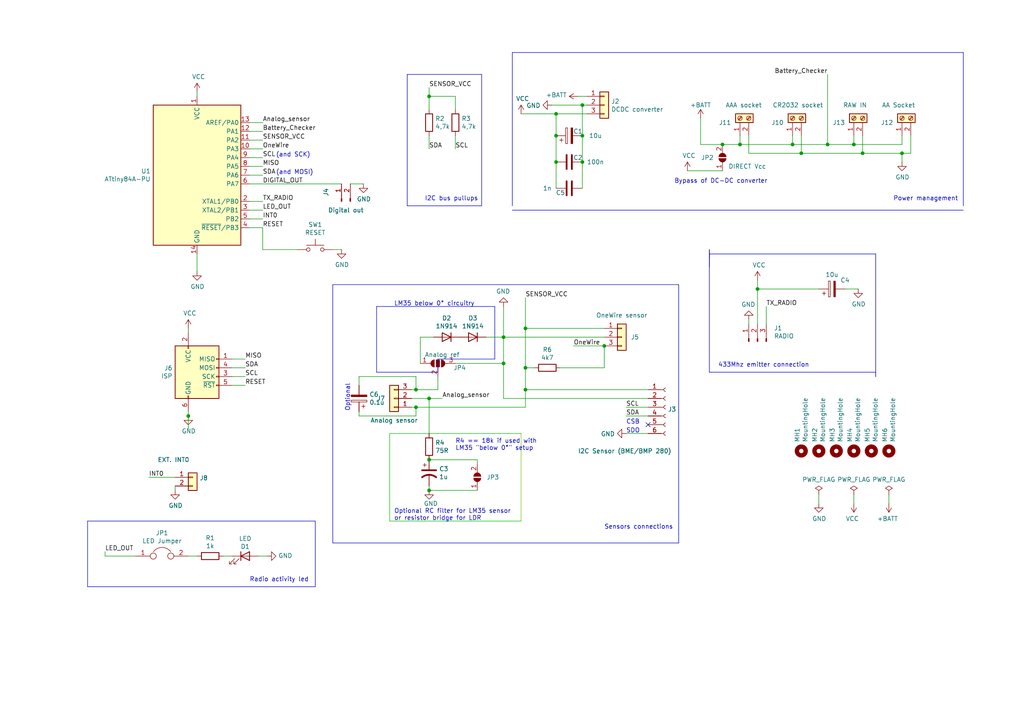
<source format=kicad_sch>
(kicad_sch (version 20230121) (generator eeschema)

  (uuid eb855259-2cba-4af8-afff-692b59e22651)

  (paper "A4")

  (title_block
    (title "TinySensor board")
    (date "2022-10-22")
    (rev "2.3")
    (comment 1 "Open Hardware")
  )

  (lib_symbols
    (symbol "Connector:Conn_01x02_Male" (pin_names (offset 1.016) hide) (in_bom yes) (on_board yes)
      (property "Reference" "J" (at 0 2.54 0)
        (effects (font (size 1.27 1.27)))
      )
      (property "Value" "Conn_01x02_Male" (at 0 -5.08 0)
        (effects (font (size 1.27 1.27)))
      )
      (property "Footprint" "" (at 0 0 0)
        (effects (font (size 1.27 1.27)) hide)
      )
      (property "Datasheet" "~" (at 0 0 0)
        (effects (font (size 1.27 1.27)) hide)
      )
      (property "ki_keywords" "connector" (at 0 0 0)
        (effects (font (size 1.27 1.27)) hide)
      )
      (property "ki_description" "Generic connector, single row, 01x02, script generated (kicad-library-utils/schlib/autogen/connector/)" (at 0 0 0)
        (effects (font (size 1.27 1.27)) hide)
      )
      (property "ki_fp_filters" "Connector*:*_1x??_*" (at 0 0 0)
        (effects (font (size 1.27 1.27)) hide)
      )
      (symbol "Conn_01x02_Male_1_1"
        (polyline
          (pts
            (xy 1.27 -2.54)
            (xy 0.8636 -2.54)
          )
          (stroke (width 0.1524) (type default))
          (fill (type none))
        )
        (polyline
          (pts
            (xy 1.27 0)
            (xy 0.8636 0)
          )
          (stroke (width 0.1524) (type default))
          (fill (type none))
        )
        (rectangle (start 0.8636 -2.413) (end 0 -2.667)
          (stroke (width 0.1524) (type default))
          (fill (type outline))
        )
        (rectangle (start 0.8636 0.127) (end 0 -0.127)
          (stroke (width 0.1524) (type default))
          (fill (type outline))
        )
        (pin passive line (at 5.08 0 180) (length 3.81)
          (name "Pin_1" (effects (font (size 1.27 1.27))))
          (number "1" (effects (font (size 1.27 1.27))))
        )
        (pin passive line (at 5.08 -2.54 180) (length 3.81)
          (name "Pin_2" (effects (font (size 1.27 1.27))))
          (number "2" (effects (font (size 1.27 1.27))))
        )
      )
    )
    (symbol "Connector:Conn_01x03_Male" (pin_names (offset 1.016) hide) (in_bom yes) (on_board yes)
      (property "Reference" "J" (at 0 5.08 0)
        (effects (font (size 1.27 1.27)))
      )
      (property "Value" "Conn_01x03_Male" (at 0 -5.08 0)
        (effects (font (size 1.27 1.27)))
      )
      (property "Footprint" "" (at 0 0 0)
        (effects (font (size 1.27 1.27)) hide)
      )
      (property "Datasheet" "~" (at 0 0 0)
        (effects (font (size 1.27 1.27)) hide)
      )
      (property "ki_keywords" "connector" (at 0 0 0)
        (effects (font (size 1.27 1.27)) hide)
      )
      (property "ki_description" "Generic connector, single row, 01x03, script generated (kicad-library-utils/schlib/autogen/connector/)" (at 0 0 0)
        (effects (font (size 1.27 1.27)) hide)
      )
      (property "ki_fp_filters" "Connector*:*_1x??_*" (at 0 0 0)
        (effects (font (size 1.27 1.27)) hide)
      )
      (symbol "Conn_01x03_Male_1_1"
        (polyline
          (pts
            (xy 1.27 -2.54)
            (xy 0.8636 -2.54)
          )
          (stroke (width 0.1524) (type default))
          (fill (type none))
        )
        (polyline
          (pts
            (xy 1.27 0)
            (xy 0.8636 0)
          )
          (stroke (width 0.1524) (type default))
          (fill (type none))
        )
        (polyline
          (pts
            (xy 1.27 2.54)
            (xy 0.8636 2.54)
          )
          (stroke (width 0.1524) (type default))
          (fill (type none))
        )
        (rectangle (start 0.8636 -2.413) (end 0 -2.667)
          (stroke (width 0.1524) (type default))
          (fill (type outline))
        )
        (rectangle (start 0.8636 0.127) (end 0 -0.127)
          (stroke (width 0.1524) (type default))
          (fill (type outline))
        )
        (rectangle (start 0.8636 2.667) (end 0 2.413)
          (stroke (width 0.1524) (type default))
          (fill (type outline))
        )
        (pin passive line (at 5.08 2.54 180) (length 3.81)
          (name "Pin_1" (effects (font (size 1.27 1.27))))
          (number "1" (effects (font (size 1.27 1.27))))
        )
        (pin passive line (at 5.08 0 180) (length 3.81)
          (name "Pin_2" (effects (font (size 1.27 1.27))))
          (number "2" (effects (font (size 1.27 1.27))))
        )
        (pin passive line (at 5.08 -2.54 180) (length 3.81)
          (name "Pin_3" (effects (font (size 1.27 1.27))))
          (number "3" (effects (font (size 1.27 1.27))))
        )
      )
    )
    (symbol "Connector:Conn_01x06_Female" (pin_names (offset 1.016) hide) (in_bom yes) (on_board yes)
      (property "Reference" "J" (at 0 7.62 0)
        (effects (font (size 1.27 1.27)))
      )
      (property "Value" "Conn_01x06_Female" (at 0 -10.16 0)
        (effects (font (size 1.27 1.27)))
      )
      (property "Footprint" "" (at 0 0 0)
        (effects (font (size 1.27 1.27)) hide)
      )
      (property "Datasheet" "~" (at 0 0 0)
        (effects (font (size 1.27 1.27)) hide)
      )
      (property "ki_keywords" "connector" (at 0 0 0)
        (effects (font (size 1.27 1.27)) hide)
      )
      (property "ki_description" "Generic connector, single row, 01x06, script generated (kicad-library-utils/schlib/autogen/connector/)" (at 0 0 0)
        (effects (font (size 1.27 1.27)) hide)
      )
      (property "ki_fp_filters" "Connector*:*_1x??_*" (at 0 0 0)
        (effects (font (size 1.27 1.27)) hide)
      )
      (symbol "Conn_01x06_Female_1_1"
        (arc (start 0 -7.112) (mid -0.5058 -7.62) (end 0 -8.128)
          (stroke (width 0.1524) (type default))
          (fill (type none))
        )
        (arc (start 0 -4.572) (mid -0.5058 -5.08) (end 0 -5.588)
          (stroke (width 0.1524) (type default))
          (fill (type none))
        )
        (arc (start 0 -2.032) (mid -0.5058 -2.54) (end 0 -3.048)
          (stroke (width 0.1524) (type default))
          (fill (type none))
        )
        (polyline
          (pts
            (xy -1.27 -7.62)
            (xy -0.508 -7.62)
          )
          (stroke (width 0.1524) (type default))
          (fill (type none))
        )
        (polyline
          (pts
            (xy -1.27 -5.08)
            (xy -0.508 -5.08)
          )
          (stroke (width 0.1524) (type default))
          (fill (type none))
        )
        (polyline
          (pts
            (xy -1.27 -2.54)
            (xy -0.508 -2.54)
          )
          (stroke (width 0.1524) (type default))
          (fill (type none))
        )
        (polyline
          (pts
            (xy -1.27 0)
            (xy -0.508 0)
          )
          (stroke (width 0.1524) (type default))
          (fill (type none))
        )
        (polyline
          (pts
            (xy -1.27 2.54)
            (xy -0.508 2.54)
          )
          (stroke (width 0.1524) (type default))
          (fill (type none))
        )
        (polyline
          (pts
            (xy -1.27 5.08)
            (xy -0.508 5.08)
          )
          (stroke (width 0.1524) (type default))
          (fill (type none))
        )
        (arc (start 0 0.508) (mid -0.5058 0) (end 0 -0.508)
          (stroke (width 0.1524) (type default))
          (fill (type none))
        )
        (arc (start 0 3.048) (mid -0.5058 2.54) (end 0 2.032)
          (stroke (width 0.1524) (type default))
          (fill (type none))
        )
        (arc (start 0 5.588) (mid -0.5058 5.08) (end 0 4.572)
          (stroke (width 0.1524) (type default))
          (fill (type none))
        )
        (pin passive line (at -5.08 5.08 0) (length 3.81)
          (name "Pin_1" (effects (font (size 1.27 1.27))))
          (number "1" (effects (font (size 1.27 1.27))))
        )
        (pin passive line (at -5.08 2.54 0) (length 3.81)
          (name "Pin_2" (effects (font (size 1.27 1.27))))
          (number "2" (effects (font (size 1.27 1.27))))
        )
        (pin passive line (at -5.08 0 0) (length 3.81)
          (name "Pin_3" (effects (font (size 1.27 1.27))))
          (number "3" (effects (font (size 1.27 1.27))))
        )
        (pin passive line (at -5.08 -2.54 0) (length 3.81)
          (name "Pin_4" (effects (font (size 1.27 1.27))))
          (number "4" (effects (font (size 1.27 1.27))))
        )
        (pin passive line (at -5.08 -5.08 0) (length 3.81)
          (name "Pin_5" (effects (font (size 1.27 1.27))))
          (number "5" (effects (font (size 1.27 1.27))))
        )
        (pin passive line (at -5.08 -7.62 0) (length 3.81)
          (name "Pin_6" (effects (font (size 1.27 1.27))))
          (number "6" (effects (font (size 1.27 1.27))))
        )
      )
    )
    (symbol "Connector:Screw_Terminal_01x02" (pin_names (offset 1.016) hide) (in_bom yes) (on_board yes)
      (property "Reference" "J" (at 0 2.54 0)
        (effects (font (size 1.27 1.27)))
      )
      (property "Value" "Screw_Terminal_01x02" (at 0 -5.08 0)
        (effects (font (size 1.27 1.27)))
      )
      (property "Footprint" "" (at 0 0 0)
        (effects (font (size 1.27 1.27)) hide)
      )
      (property "Datasheet" "~" (at 0 0 0)
        (effects (font (size 1.27 1.27)) hide)
      )
      (property "ki_keywords" "screw terminal" (at 0 0 0)
        (effects (font (size 1.27 1.27)) hide)
      )
      (property "ki_description" "Generic screw terminal, single row, 01x02, script generated (kicad-library-utils/schlib/autogen/connector/)" (at 0 0 0)
        (effects (font (size 1.27 1.27)) hide)
      )
      (property "ki_fp_filters" "TerminalBlock*:*" (at 0 0 0)
        (effects (font (size 1.27 1.27)) hide)
      )
      (symbol "Screw_Terminal_01x02_1_1"
        (rectangle (start -1.27 1.27) (end 1.27 -3.81)
          (stroke (width 0.254) (type default))
          (fill (type background))
        )
        (circle (center 0 -2.54) (radius 0.635)
          (stroke (width 0.1524) (type default))
          (fill (type none))
        )
        (polyline
          (pts
            (xy -0.5334 -2.2098)
            (xy 0.3302 -3.048)
          )
          (stroke (width 0.1524) (type default))
          (fill (type none))
        )
        (polyline
          (pts
            (xy -0.5334 0.3302)
            (xy 0.3302 -0.508)
          )
          (stroke (width 0.1524) (type default))
          (fill (type none))
        )
        (polyline
          (pts
            (xy -0.3556 -2.032)
            (xy 0.508 -2.8702)
          )
          (stroke (width 0.1524) (type default))
          (fill (type none))
        )
        (polyline
          (pts
            (xy -0.3556 0.508)
            (xy 0.508 -0.3302)
          )
          (stroke (width 0.1524) (type default))
          (fill (type none))
        )
        (circle (center 0 0) (radius 0.635)
          (stroke (width 0.1524) (type default))
          (fill (type none))
        )
        (pin passive line (at -5.08 0 0) (length 3.81)
          (name "Pin_1" (effects (font (size 1.27 1.27))))
          (number "1" (effects (font (size 1.27 1.27))))
        )
        (pin passive line (at -5.08 -2.54 0) (length 3.81)
          (name "Pin_2" (effects (font (size 1.27 1.27))))
          (number "2" (effects (font (size 1.27 1.27))))
        )
      )
    )
    (symbol "Connector_Generic:Conn_01x02" (pin_names (offset 1.016) hide) (in_bom yes) (on_board yes)
      (property "Reference" "J" (at 0 2.54 0)
        (effects (font (size 1.27 1.27)))
      )
      (property "Value" "Conn_01x02" (at 0 -5.08 0)
        (effects (font (size 1.27 1.27)))
      )
      (property "Footprint" "" (at 0 0 0)
        (effects (font (size 1.27 1.27)) hide)
      )
      (property "Datasheet" "~" (at 0 0 0)
        (effects (font (size 1.27 1.27)) hide)
      )
      (property "ki_keywords" "connector" (at 0 0 0)
        (effects (font (size 1.27 1.27)) hide)
      )
      (property "ki_description" "Generic connector, single row, 01x02, script generated (kicad-library-utils/schlib/autogen/connector/)" (at 0 0 0)
        (effects (font (size 1.27 1.27)) hide)
      )
      (property "ki_fp_filters" "Connector*:*_1x??_*" (at 0 0 0)
        (effects (font (size 1.27 1.27)) hide)
      )
      (symbol "Conn_01x02_1_1"
        (rectangle (start -1.27 -2.413) (end 0 -2.667)
          (stroke (width 0.1524) (type default))
          (fill (type none))
        )
        (rectangle (start -1.27 0.127) (end 0 -0.127)
          (stroke (width 0.1524) (type default))
          (fill (type none))
        )
        (rectangle (start -1.27 1.27) (end 1.27 -3.81)
          (stroke (width 0.254) (type default))
          (fill (type background))
        )
        (pin passive line (at -5.08 0 0) (length 3.81)
          (name "Pin_1" (effects (font (size 1.27 1.27))))
          (number "1" (effects (font (size 1.27 1.27))))
        )
        (pin passive line (at -5.08 -2.54 0) (length 3.81)
          (name "Pin_2" (effects (font (size 1.27 1.27))))
          (number "2" (effects (font (size 1.27 1.27))))
        )
      )
    )
    (symbol "Connector_Generic:Conn_01x03" (pin_names (offset 1.016) hide) (in_bom yes) (on_board yes)
      (property "Reference" "J" (at 0 5.08 0)
        (effects (font (size 1.27 1.27)))
      )
      (property "Value" "Conn_01x03" (at 0 -5.08 0)
        (effects (font (size 1.27 1.27)))
      )
      (property "Footprint" "" (at 0 0 0)
        (effects (font (size 1.27 1.27)) hide)
      )
      (property "Datasheet" "~" (at 0 0 0)
        (effects (font (size 1.27 1.27)) hide)
      )
      (property "ki_keywords" "connector" (at 0 0 0)
        (effects (font (size 1.27 1.27)) hide)
      )
      (property "ki_description" "Generic connector, single row, 01x03, script generated (kicad-library-utils/schlib/autogen/connector/)" (at 0 0 0)
        (effects (font (size 1.27 1.27)) hide)
      )
      (property "ki_fp_filters" "Connector*:*_1x??_*" (at 0 0 0)
        (effects (font (size 1.27 1.27)) hide)
      )
      (symbol "Conn_01x03_1_1"
        (rectangle (start -1.27 -2.413) (end 0 -2.667)
          (stroke (width 0.1524) (type default))
          (fill (type none))
        )
        (rectangle (start -1.27 0.127) (end 0 -0.127)
          (stroke (width 0.1524) (type default))
          (fill (type none))
        )
        (rectangle (start -1.27 2.667) (end 0 2.413)
          (stroke (width 0.1524) (type default))
          (fill (type none))
        )
        (rectangle (start -1.27 3.81) (end 1.27 -3.81)
          (stroke (width 0.254) (type default))
          (fill (type background))
        )
        (pin passive line (at -5.08 2.54 0) (length 3.81)
          (name "Pin_1" (effects (font (size 1.27 1.27))))
          (number "1" (effects (font (size 1.27 1.27))))
        )
        (pin passive line (at -5.08 0 0) (length 3.81)
          (name "Pin_2" (effects (font (size 1.27 1.27))))
          (number "2" (effects (font (size 1.27 1.27))))
        )
        (pin passive line (at -5.08 -2.54 0) (length 3.81)
          (name "Pin_3" (effects (font (size 1.27 1.27))))
          (number "3" (effects (font (size 1.27 1.27))))
        )
      )
    )
    (symbol "Device:C" (pin_numbers hide) (pin_names (offset 0.254)) (in_bom yes) (on_board yes)
      (property "Reference" "C" (at 0.635 2.54 0)
        (effects (font (size 1.27 1.27)) (justify left))
      )
      (property "Value" "C" (at 0.635 -2.54 0)
        (effects (font (size 1.27 1.27)) (justify left))
      )
      (property "Footprint" "" (at 0.9652 -3.81 0)
        (effects (font (size 1.27 1.27)) hide)
      )
      (property "Datasheet" "~" (at 0 0 0)
        (effects (font (size 1.27 1.27)) hide)
      )
      (property "ki_keywords" "cap capacitor" (at 0 0 0)
        (effects (font (size 1.27 1.27)) hide)
      )
      (property "ki_description" "Unpolarized capacitor" (at 0 0 0)
        (effects (font (size 1.27 1.27)) hide)
      )
      (property "ki_fp_filters" "C_*" (at 0 0 0)
        (effects (font (size 1.27 1.27)) hide)
      )
      (symbol "C_0_1"
        (polyline
          (pts
            (xy -2.032 -0.762)
            (xy 2.032 -0.762)
          )
          (stroke (width 0.508) (type default))
          (fill (type none))
        )
        (polyline
          (pts
            (xy -2.032 0.762)
            (xy 2.032 0.762)
          )
          (stroke (width 0.508) (type default))
          (fill (type none))
        )
      )
      (symbol "C_1_1"
        (pin passive line (at 0 3.81 270) (length 2.794)
          (name "~" (effects (font (size 1.27 1.27))))
          (number "1" (effects (font (size 1.27 1.27))))
        )
        (pin passive line (at 0 -3.81 90) (length 2.794)
          (name "~" (effects (font (size 1.27 1.27))))
          (number "2" (effects (font (size 1.27 1.27))))
        )
      )
    )
    (symbol "Device:LED" (pin_numbers hide) (pin_names (offset 1.016) hide) (in_bom yes) (on_board yes)
      (property "Reference" "D" (at 0 2.54 0)
        (effects (font (size 1.27 1.27)))
      )
      (property "Value" "LED" (at 0 -2.54 0)
        (effects (font (size 1.27 1.27)))
      )
      (property "Footprint" "" (at 0 0 0)
        (effects (font (size 1.27 1.27)) hide)
      )
      (property "Datasheet" "~" (at 0 0 0)
        (effects (font (size 1.27 1.27)) hide)
      )
      (property "ki_keywords" "LED diode" (at 0 0 0)
        (effects (font (size 1.27 1.27)) hide)
      )
      (property "ki_description" "Light emitting diode" (at 0 0 0)
        (effects (font (size 1.27 1.27)) hide)
      )
      (property "ki_fp_filters" "LED* LED_SMD:* LED_THT:*" (at 0 0 0)
        (effects (font (size 1.27 1.27)) hide)
      )
      (symbol "LED_0_1"
        (polyline
          (pts
            (xy -1.27 -1.27)
            (xy -1.27 1.27)
          )
          (stroke (width 0.254) (type default))
          (fill (type none))
        )
        (polyline
          (pts
            (xy -1.27 0)
            (xy 1.27 0)
          )
          (stroke (width 0) (type default))
          (fill (type none))
        )
        (polyline
          (pts
            (xy 1.27 -1.27)
            (xy 1.27 1.27)
            (xy -1.27 0)
            (xy 1.27 -1.27)
          )
          (stroke (width 0.254) (type default))
          (fill (type none))
        )
        (polyline
          (pts
            (xy -3.048 -0.762)
            (xy -4.572 -2.286)
            (xy -3.81 -2.286)
            (xy -4.572 -2.286)
            (xy -4.572 -1.524)
          )
          (stroke (width 0) (type default))
          (fill (type none))
        )
        (polyline
          (pts
            (xy -1.778 -0.762)
            (xy -3.302 -2.286)
            (xy -2.54 -2.286)
            (xy -3.302 -2.286)
            (xy -3.302 -1.524)
          )
          (stroke (width 0) (type default))
          (fill (type none))
        )
      )
      (symbol "LED_1_1"
        (pin passive line (at -3.81 0 0) (length 2.54)
          (name "K" (effects (font (size 1.27 1.27))))
          (number "1" (effects (font (size 1.27 1.27))))
        )
        (pin passive line (at 3.81 0 180) (length 2.54)
          (name "A" (effects (font (size 1.27 1.27))))
          (number "2" (effects (font (size 1.27 1.27))))
        )
      )
    )
    (symbol "Device:R" (pin_numbers hide) (pin_names (offset 0)) (in_bom yes) (on_board yes)
      (property "Reference" "R" (at 2.032 0 90)
        (effects (font (size 1.27 1.27)))
      )
      (property "Value" "R" (at 0 0 90)
        (effects (font (size 1.27 1.27)))
      )
      (property "Footprint" "" (at -1.778 0 90)
        (effects (font (size 1.27 1.27)) hide)
      )
      (property "Datasheet" "~" (at 0 0 0)
        (effects (font (size 1.27 1.27)) hide)
      )
      (property "ki_keywords" "R res resistor" (at 0 0 0)
        (effects (font (size 1.27 1.27)) hide)
      )
      (property "ki_description" "Resistor" (at 0 0 0)
        (effects (font (size 1.27 1.27)) hide)
      )
      (property "ki_fp_filters" "R_*" (at 0 0 0)
        (effects (font (size 1.27 1.27)) hide)
      )
      (symbol "R_0_1"
        (rectangle (start -1.016 -2.54) (end 1.016 2.54)
          (stroke (width 0.254) (type default))
          (fill (type none))
        )
      )
      (symbol "R_1_1"
        (pin passive line (at 0 3.81 270) (length 1.27)
          (name "~" (effects (font (size 1.27 1.27))))
          (number "1" (effects (font (size 1.27 1.27))))
        )
        (pin passive line (at 0 -3.81 90) (length 1.27)
          (name "~" (effects (font (size 1.27 1.27))))
          (number "2" (effects (font (size 1.27 1.27))))
        )
      )
    )
    (symbol "Diode:1N914" (pin_numbers hide) (pin_names (offset 1.016) hide) (in_bom yes) (on_board yes)
      (property "Reference" "D" (at 0 2.54 0)
        (effects (font (size 1.27 1.27)))
      )
      (property "Value" "1N914" (at 0 -2.54 0)
        (effects (font (size 1.27 1.27)))
      )
      (property "Footprint" "Diode_THT:D_DO-35_SOD27_P7.62mm_Horizontal" (at 0 -4.445 0)
        (effects (font (size 1.27 1.27)) hide)
      )
      (property "Datasheet" "http://www.vishay.com/docs/85622/1n914.pdf" (at 0 0 0)
        (effects (font (size 1.27 1.27)) hide)
      )
      (property "ki_keywords" "diode" (at 0 0 0)
        (effects (font (size 1.27 1.27)) hide)
      )
      (property "ki_description" "100V 0.3A Small Signal Fast Switching Diode, DO-35" (at 0 0 0)
        (effects (font (size 1.27 1.27)) hide)
      )
      (property "ki_fp_filters" "D*DO?35*" (at 0 0 0)
        (effects (font (size 1.27 1.27)) hide)
      )
      (symbol "1N914_0_1"
        (polyline
          (pts
            (xy -1.27 1.27)
            (xy -1.27 -1.27)
          )
          (stroke (width 0.254) (type default))
          (fill (type none))
        )
        (polyline
          (pts
            (xy 1.27 0)
            (xy -1.27 0)
          )
          (stroke (width 0) (type default))
          (fill (type none))
        )
        (polyline
          (pts
            (xy 1.27 1.27)
            (xy 1.27 -1.27)
            (xy -1.27 0)
            (xy 1.27 1.27)
          )
          (stroke (width 0.254) (type default))
          (fill (type none))
        )
      )
      (symbol "1N914_1_1"
        (pin passive line (at -3.81 0 0) (length 2.54)
          (name "K" (effects (font (size 1.27 1.27))))
          (number "1" (effects (font (size 1.27 1.27))))
        )
        (pin passive line (at 3.81 0 180) (length 2.54)
          (name "A" (effects (font (size 1.27 1.27))))
          (number "2" (effects (font (size 1.27 1.27))))
        )
      )
    )
    (symbol "Jumper:SolderJumper_2_Open" (pin_names (offset 0) hide) (in_bom yes) (on_board yes)
      (property "Reference" "JP" (at 0 2.032 0)
        (effects (font (size 1.27 1.27)))
      )
      (property "Value" "SolderJumper_2_Open" (at 0 -2.54 0)
        (effects (font (size 1.27 1.27)))
      )
      (property "Footprint" "" (at 0 0 0)
        (effects (font (size 1.27 1.27)) hide)
      )
      (property "Datasheet" "~" (at 0 0 0)
        (effects (font (size 1.27 1.27)) hide)
      )
      (property "ki_keywords" "solder jumper SPST" (at 0 0 0)
        (effects (font (size 1.27 1.27)) hide)
      )
      (property "ki_description" "Solder Jumper, 2-pole, open" (at 0 0 0)
        (effects (font (size 1.27 1.27)) hide)
      )
      (property "ki_fp_filters" "SolderJumper*Open*" (at 0 0 0)
        (effects (font (size 1.27 1.27)) hide)
      )
      (symbol "SolderJumper_2_Open_0_1"
        (arc (start -0.254 1.016) (mid -1.2656 0) (end -0.254 -1.016)
          (stroke (width 0) (type default))
          (fill (type none))
        )
        (arc (start -0.254 1.016) (mid -1.2656 0) (end -0.254 -1.016)
          (stroke (width 0) (type default))
          (fill (type outline))
        )
        (polyline
          (pts
            (xy -0.254 1.016)
            (xy -0.254 -1.016)
          )
          (stroke (width 0) (type default))
          (fill (type none))
        )
        (polyline
          (pts
            (xy 0.254 1.016)
            (xy 0.254 -1.016)
          )
          (stroke (width 0) (type default))
          (fill (type none))
        )
        (arc (start 0.254 -1.016) (mid 1.2656 0) (end 0.254 1.016)
          (stroke (width 0) (type default))
          (fill (type none))
        )
        (arc (start 0.254 -1.016) (mid 1.2656 0) (end 0.254 1.016)
          (stroke (width 0) (type default))
          (fill (type outline))
        )
      )
      (symbol "SolderJumper_2_Open_1_1"
        (pin passive line (at -3.81 0 0) (length 2.54)
          (name "A" (effects (font (size 1.27 1.27))))
          (number "1" (effects (font (size 1.27 1.27))))
        )
        (pin passive line (at 3.81 0 180) (length 2.54)
          (name "B" (effects (font (size 1.27 1.27))))
          (number "2" (effects (font (size 1.27 1.27))))
        )
      )
    )
    (symbol "Mechanical:MountingHole" (pin_names (offset 1.016)) (in_bom yes) (on_board yes)
      (property "Reference" "H" (at 0 5.08 0)
        (effects (font (size 1.27 1.27)))
      )
      (property "Value" "MountingHole" (at 0 3.175 0)
        (effects (font (size 1.27 1.27)))
      )
      (property "Footprint" "" (at 0 0 0)
        (effects (font (size 1.27 1.27)) hide)
      )
      (property "Datasheet" "~" (at 0 0 0)
        (effects (font (size 1.27 1.27)) hide)
      )
      (property "ki_keywords" "mounting hole" (at 0 0 0)
        (effects (font (size 1.27 1.27)) hide)
      )
      (property "ki_description" "Mounting Hole without connection" (at 0 0 0)
        (effects (font (size 1.27 1.27)) hide)
      )
      (property "ki_fp_filters" "MountingHole*" (at 0 0 0)
        (effects (font (size 1.27 1.27)) hide)
      )
      (symbol "MountingHole_0_1"
        (circle (center 0 0) (radius 1.27)
          (stroke (width 1.27) (type default))
          (fill (type none))
        )
      )
    )
    (symbol "Switch:SW_Push" (pin_numbers hide) (pin_names (offset 1.016) hide) (in_bom yes) (on_board yes)
      (property "Reference" "SW" (at 1.27 2.54 0)
        (effects (font (size 1.27 1.27)) (justify left))
      )
      (property "Value" "SW_Push" (at 0 -1.524 0)
        (effects (font (size 1.27 1.27)))
      )
      (property "Footprint" "" (at 0 5.08 0)
        (effects (font (size 1.27 1.27)) hide)
      )
      (property "Datasheet" "~" (at 0 5.08 0)
        (effects (font (size 1.27 1.27)) hide)
      )
      (property "ki_keywords" "switch normally-open pushbutton push-button" (at 0 0 0)
        (effects (font (size 1.27 1.27)) hide)
      )
      (property "ki_description" "Push button switch, generic, two pins" (at 0 0 0)
        (effects (font (size 1.27 1.27)) hide)
      )
      (symbol "SW_Push_0_1"
        (circle (center -2.032 0) (radius 0.508)
          (stroke (width 0) (type default))
          (fill (type none))
        )
        (polyline
          (pts
            (xy 0 1.27)
            (xy 0 3.048)
          )
          (stroke (width 0) (type default))
          (fill (type none))
        )
        (polyline
          (pts
            (xy 2.54 1.27)
            (xy -2.54 1.27)
          )
          (stroke (width 0) (type default))
          (fill (type none))
        )
        (circle (center 2.032 0) (radius 0.508)
          (stroke (width 0) (type default))
          (fill (type none))
        )
        (pin passive line (at -5.08 0 0) (length 2.54)
          (name "1" (effects (font (size 1.27 1.27))))
          (number "1" (effects (font (size 1.27 1.27))))
        )
        (pin passive line (at 5.08 0 180) (length 2.54)
          (name "2" (effects (font (size 1.27 1.27))))
          (number "2" (effects (font (size 1.27 1.27))))
        )
      )
    )
    (symbol "power:+BATT" (power) (pin_names (offset 0)) (in_bom yes) (on_board yes)
      (property "Reference" "#PWR" (at 0 -3.81 0)
        (effects (font (size 1.27 1.27)) hide)
      )
      (property "Value" "+BATT" (at 0 3.556 0)
        (effects (font (size 1.27 1.27)))
      )
      (property "Footprint" "" (at 0 0 0)
        (effects (font (size 1.27 1.27)) hide)
      )
      (property "Datasheet" "" (at 0 0 0)
        (effects (font (size 1.27 1.27)) hide)
      )
      (property "ki_keywords" "power-flag battery" (at 0 0 0)
        (effects (font (size 1.27 1.27)) hide)
      )
      (property "ki_description" "Power symbol creates a global label with name \"+BATT\"" (at 0 0 0)
        (effects (font (size 1.27 1.27)) hide)
      )
      (symbol "+BATT_0_1"
        (polyline
          (pts
            (xy -0.762 1.27)
            (xy 0 2.54)
          )
          (stroke (width 0) (type default))
          (fill (type none))
        )
        (polyline
          (pts
            (xy 0 0)
            (xy 0 2.54)
          )
          (stroke (width 0) (type default))
          (fill (type none))
        )
        (polyline
          (pts
            (xy 0 2.54)
            (xy 0.762 1.27)
          )
          (stroke (width 0) (type default))
          (fill (type none))
        )
      )
      (symbol "+BATT_1_1"
        (pin power_in line (at 0 0 90) (length 0) hide
          (name "+BATT" (effects (font (size 1.27 1.27))))
          (number "1" (effects (font (size 1.27 1.27))))
        )
      )
    )
    (symbol "power:GND" (power) (pin_names (offset 0)) (in_bom yes) (on_board yes)
      (property "Reference" "#PWR" (at 0 -6.35 0)
        (effects (font (size 1.27 1.27)) hide)
      )
      (property "Value" "GND" (at 0 -3.81 0)
        (effects (font (size 1.27 1.27)))
      )
      (property "Footprint" "" (at 0 0 0)
        (effects (font (size 1.27 1.27)) hide)
      )
      (property "Datasheet" "" (at 0 0 0)
        (effects (font (size 1.27 1.27)) hide)
      )
      (property "ki_keywords" "power-flag" (at 0 0 0)
        (effects (font (size 1.27 1.27)) hide)
      )
      (property "ki_description" "Power symbol creates a global label with name \"GND\" , ground" (at 0 0 0)
        (effects (font (size 1.27 1.27)) hide)
      )
      (symbol "GND_0_1"
        (polyline
          (pts
            (xy 0 0)
            (xy 0 -1.27)
            (xy 1.27 -1.27)
            (xy 0 -2.54)
            (xy -1.27 -1.27)
            (xy 0 -1.27)
          )
          (stroke (width 0) (type default))
          (fill (type none))
        )
      )
      (symbol "GND_1_1"
        (pin power_in line (at 0 0 270) (length 0) hide
          (name "GND" (effects (font (size 1.27 1.27))))
          (number "1" (effects (font (size 1.27 1.27))))
        )
      )
    )
    (symbol "power:PWR_FLAG" (power) (pin_numbers hide) (pin_names (offset 0) hide) (in_bom yes) (on_board yes)
      (property "Reference" "#FLG" (at 0 1.905 0)
        (effects (font (size 1.27 1.27)) hide)
      )
      (property "Value" "PWR_FLAG" (at 0 3.81 0)
        (effects (font (size 1.27 1.27)))
      )
      (property "Footprint" "" (at 0 0 0)
        (effects (font (size 1.27 1.27)) hide)
      )
      (property "Datasheet" "~" (at 0 0 0)
        (effects (font (size 1.27 1.27)) hide)
      )
      (property "ki_keywords" "power-flag" (at 0 0 0)
        (effects (font (size 1.27 1.27)) hide)
      )
      (property "ki_description" "Special symbol for telling ERC where power comes from" (at 0 0 0)
        (effects (font (size 1.27 1.27)) hide)
      )
      (symbol "PWR_FLAG_0_0"
        (pin power_out line (at 0 0 90) (length 0)
          (name "pwr" (effects (font (size 1.27 1.27))))
          (number "1" (effects (font (size 1.27 1.27))))
        )
      )
      (symbol "PWR_FLAG_0_1"
        (polyline
          (pts
            (xy 0 0)
            (xy 0 1.27)
            (xy -1.016 1.905)
            (xy 0 2.54)
            (xy 1.016 1.905)
            (xy 0 1.27)
          )
          (stroke (width 0) (type default))
          (fill (type none))
        )
      )
    )
    (symbol "power:VCC" (power) (pin_names (offset 0)) (in_bom yes) (on_board yes)
      (property "Reference" "#PWR" (at 0 -3.81 0)
        (effects (font (size 1.27 1.27)) hide)
      )
      (property "Value" "VCC" (at 0 3.81 0)
        (effects (font (size 1.27 1.27)))
      )
      (property "Footprint" "" (at 0 0 0)
        (effects (font (size 1.27 1.27)) hide)
      )
      (property "Datasheet" "" (at 0 0 0)
        (effects (font (size 1.27 1.27)) hide)
      )
      (property "ki_keywords" "power-flag" (at 0 0 0)
        (effects (font (size 1.27 1.27)) hide)
      )
      (property "ki_description" "Power symbol creates a global label with name \"VCC\"" (at 0 0 0)
        (effects (font (size 1.27 1.27)) hide)
      )
      (symbol "VCC_0_1"
        (polyline
          (pts
            (xy -0.762 1.27)
            (xy 0 2.54)
          )
          (stroke (width 0) (type default))
          (fill (type none))
        )
        (polyline
          (pts
            (xy 0 0)
            (xy 0 2.54)
          )
          (stroke (width 0) (type default))
          (fill (type none))
        )
        (polyline
          (pts
            (xy 0 2.54)
            (xy 0.762 1.27)
          )
          (stroke (width 0) (type default))
          (fill (type none))
        )
      )
      (symbol "VCC_1_1"
        (pin power_in line (at 0 0 90) (length 0) hide
          (name "VCC" (effects (font (size 1.27 1.27))))
          (number "1" (effects (font (size 1.27 1.27))))
        )
      )
    )
    (symbol "tinySensorv1-rescue:ATtiny84A-PU-MCU_Microchip_ATtiny-tinySensorv1-rescue" (in_bom yes) (on_board yes)
      (property "Reference" "U" (at -12.7 21.59 0)
        (effects (font (size 1.27 1.27)) (justify left bottom))
      )
      (property "Value" "ATtiny84A-PU-MCU_Microchip_ATtiny-tinySensorv1-rescue" (at 2.54 -21.59 0)
        (effects (font (size 1.27 1.27)) (justify left top))
      )
      (property "Footprint" "Package_DIP:DIP-14_W7.62mm" (at 0 0 0)
        (effects (font (size 1.27 1.27) italic) hide)
      )
      (property "Datasheet" "" (at 0 0 0)
        (effects (font (size 1.27 1.27)) hide)
      )
      (property "ki_fp_filters" "DIP*W7.62mm*" (at 0 0 0)
        (effects (font (size 1.27 1.27)) hide)
      )
      (symbol "ATtiny84A-PU-MCU_Microchip_ATtiny-tinySensorv1-rescue_0_1"
        (rectangle (start -12.7 -20.32) (end 12.7 20.32)
          (stroke (width 0.254) (type default))
          (fill (type background))
        )
      )
      (symbol "ATtiny84A-PU-MCU_Microchip_ATtiny-tinySensorv1-rescue_1_1"
        (pin power_in line (at 0 22.86 270) (length 2.54)
          (name "VCC" (effects (font (size 1.27 1.27))))
          (number "1" (effects (font (size 1.27 1.27))))
        )
        (pin bidirectional line (at 15.24 7.62 180) (length 2.54)
          (name "PA3" (effects (font (size 1.27 1.27))))
          (number "10" (effects (font (size 1.27 1.27))))
        )
        (pin bidirectional line (at 15.24 10.16 180) (length 2.54)
          (name "PA2" (effects (font (size 1.27 1.27))))
          (number "11" (effects (font (size 1.27 1.27))))
        )
        (pin bidirectional line (at 15.24 12.7 180) (length 2.54)
          (name "PA1" (effects (font (size 1.27 1.27))))
          (number "12" (effects (font (size 1.27 1.27))))
        )
        (pin bidirectional line (at 15.24 15.24 180) (length 2.54)
          (name "AREF/PA0" (effects (font (size 1.27 1.27))))
          (number "13" (effects (font (size 1.27 1.27))))
        )
        (pin power_in line (at 0 -22.86 90) (length 2.54)
          (name "GND" (effects (font (size 1.27 1.27))))
          (number "14" (effects (font (size 1.27 1.27))))
        )
        (pin bidirectional line (at 15.24 -7.62 180) (length 2.54)
          (name "XTAL1/PB0" (effects (font (size 1.27 1.27))))
          (number "2" (effects (font (size 1.27 1.27))))
        )
        (pin bidirectional line (at 15.24 -10.16 180) (length 2.54)
          (name "XTAL2/PB1" (effects (font (size 1.27 1.27))))
          (number "3" (effects (font (size 1.27 1.27))))
        )
        (pin bidirectional line (at 15.24 -15.24 180) (length 2.54)
          (name "~{RESET}/PB3" (effects (font (size 1.27 1.27))))
          (number "4" (effects (font (size 1.27 1.27))))
        )
        (pin bidirectional line (at 15.24 -12.7 180) (length 2.54)
          (name "PB2" (effects (font (size 1.27 1.27))))
          (number "5" (effects (font (size 1.27 1.27))))
        )
        (pin bidirectional line (at 15.24 -2.54 180) (length 2.54)
          (name "PA7" (effects (font (size 1.27 1.27))))
          (number "6" (effects (font (size 1.27 1.27))))
        )
        (pin bidirectional line (at 15.24 0 180) (length 2.54)
          (name "PA6" (effects (font (size 1.27 1.27))))
          (number "7" (effects (font (size 1.27 1.27))))
        )
        (pin bidirectional line (at 15.24 2.54 180) (length 2.54)
          (name "PA5" (effects (font (size 1.27 1.27))))
          (number "8" (effects (font (size 1.27 1.27))))
        )
        (pin bidirectional line (at 15.24 5.08 180) (length 2.54)
          (name "PA4" (effects (font (size 1.27 1.27))))
          (number "9" (effects (font (size 1.27 1.27))))
        )
      )
    )
    (symbol "tinySensorv1-rescue:AVR-ISP-6-Connector" (pin_names (offset 1.016)) (in_bom yes) (on_board yes)
      (property "Reference" "J" (at 0 10.16 0)
        (effects (font (size 1.27 1.27)) (justify left))
      )
      (property "Value" "AVR-ISP-6-Connector" (at 0 -7.62 0)
        (effects (font (size 1.27 1.27)) (justify left))
      )
      (property "Footprint" "" (at -6.35 1.27 90)
        (effects (font (size 1.27 1.27)) hide)
      )
      (property "Datasheet" "" (at -32.385 -13.97 0)
        (effects (font (size 1.27 1.27)) hide)
      )
      (property "ki_fp_filters" "IDC?Header*2x03* Pin?Header*2x03*" (at 0 0 0)
        (effects (font (size 1.27 1.27)) hide)
      )
      (symbol "AVR-ISP-6-Connector_0_1"
        (rectangle (start -2.667 -5.588) (end -2.413 -6.35)
          (stroke (width 0) (type default))
          (fill (type none))
        )
        (rectangle (start -2.667 8.89) (end -2.413 8.128)
          (stroke (width 0) (type default))
          (fill (type none))
        )
        (rectangle (start 6.35 -2.413) (end 5.588 -2.667)
          (stroke (width 0) (type default))
          (fill (type none))
        )
        (rectangle (start 6.35 0.127) (end 5.588 -0.127)
          (stroke (width 0) (type default))
          (fill (type none))
        )
        (rectangle (start 6.35 2.667) (end 5.588 2.413)
          (stroke (width 0) (type default))
          (fill (type none))
        )
        (rectangle (start 6.35 5.207) (end 5.588 4.953)
          (stroke (width 0) (type default))
          (fill (type none))
        )
        (rectangle (start 6.35 8.89) (end -6.35 -6.35)
          (stroke (width 0.254) (type default))
          (fill (type background))
        )
      )
      (symbol "AVR-ISP-6-Connector_1_1"
        (pin passive line (at 10.16 5.08 180) (length 3.81)
          (name "MISO" (effects (font (size 1.27 1.27))))
          (number "1" (effects (font (size 1.27 1.27))))
        )
        (pin power_in line (at -2.54 12.7 270) (length 3.81)
          (name "VCC" (effects (font (size 1.27 1.27))))
          (number "2" (effects (font (size 1.27 1.27))))
        )
        (pin passive line (at 10.16 0 180) (length 3.81)
          (name "SCK" (effects (font (size 1.27 1.27))))
          (number "3" (effects (font (size 1.27 1.27))))
        )
        (pin passive line (at 10.16 2.54 180) (length 3.81)
          (name "MOSI" (effects (font (size 1.27 1.27))))
          (number "4" (effects (font (size 1.27 1.27))))
        )
        (pin passive line (at 10.16 -2.54 180) (length 3.81)
          (name "~{RST}" (effects (font (size 1.27 1.27))))
          (number "5" (effects (font (size 1.27 1.27))))
        )
        (pin power_in line (at -2.54 -10.16 90) (length 3.81)
          (name "GND" (effects (font (size 1.27 1.27))))
          (number "6" (effects (font (size 1.27 1.27))))
        )
      )
    )
    (symbol "tinySensorv1-rescue:CP-Device" (pin_numbers hide) (pin_names (offset 0.254)) (in_bom yes) (on_board yes)
      (property "Reference" "C" (at 0.635 2.54 0)
        (effects (font (size 1.27 1.27)) (justify left))
      )
      (property "Value" "CP-Device" (at 0.635 -2.54 0)
        (effects (font (size 1.27 1.27)) (justify left))
      )
      (property "Footprint" "" (at 0.9652 -3.81 0)
        (effects (font (size 1.27 1.27)) hide)
      )
      (property "Datasheet" "" (at 0 0 0)
        (effects (font (size 1.27 1.27)) hide)
      )
      (property "ki_fp_filters" "CP_*" (at 0 0 0)
        (effects (font (size 1.27 1.27)) hide)
      )
      (symbol "CP-Device_0_1"
        (rectangle (start -2.286 0.508) (end 2.286 1.016)
          (stroke (width 0) (type default))
          (fill (type none))
        )
        (polyline
          (pts
            (xy -1.778 2.286)
            (xy -0.762 2.286)
          )
          (stroke (width 0) (type default))
          (fill (type none))
        )
        (polyline
          (pts
            (xy -1.27 2.794)
            (xy -1.27 1.778)
          )
          (stroke (width 0) (type default))
          (fill (type none))
        )
        (rectangle (start 2.286 -0.508) (end -2.286 -1.016)
          (stroke (width 0) (type default))
          (fill (type outline))
        )
      )
      (symbol "CP-Device_1_1"
        (pin passive line (at 0 3.81 270) (length 2.794)
          (name "~" (effects (font (size 1.27 1.27))))
          (number "1" (effects (font (size 1.27 1.27))))
        )
        (pin passive line (at 0 -3.81 90) (length 2.794)
          (name "~" (effects (font (size 1.27 1.27))))
          (number "2" (effects (font (size 1.27 1.27))))
        )
      )
    )
    (symbol "tinySensorv1-rescue:CP1-Device" (pin_numbers hide) (pin_names (offset 0.254) hide) (in_bom yes) (on_board yes)
      (property "Reference" "C" (at 0.635 2.54 0)
        (effects (font (size 1.27 1.27)) (justify left))
      )
      (property "Value" "CP1-Device" (at 0.635 -2.54 0)
        (effects (font (size 1.27 1.27)) (justify left))
      )
      (property "Footprint" "" (at 0 0 0)
        (effects (font (size 1.27 1.27)) hide)
      )
      (property "Datasheet" "" (at 0 0 0)
        (effects (font (size 1.27 1.27)) hide)
      )
      (property "ki_fp_filters" "CP_*" (at 0 0 0)
        (effects (font (size 1.27 1.27)) hide)
      )
      (symbol "CP1-Device_0_1"
        (polyline
          (pts
            (xy -2.032 0.762)
            (xy 2.032 0.762)
          )
          (stroke (width 0.508) (type default))
          (fill (type none))
        )
        (polyline
          (pts
            (xy -1.778 2.286)
            (xy -0.762 2.286)
          )
          (stroke (width 0) (type default))
          (fill (type none))
        )
        (polyline
          (pts
            (xy -1.27 1.778)
            (xy -1.27 2.794)
          )
          (stroke (width 0) (type default))
          (fill (type none))
        )
        (arc (start 2.032 -1.27) (mid 0 -0.5572) (end -2.032 -1.27)
          (stroke (width 0.508) (type default))
          (fill (type none))
        )
      )
      (symbol "CP1-Device_1_1"
        (pin passive line (at 0 3.81 270) (length 2.794)
          (name "~" (effects (font (size 1.27 1.27))))
          (number "1" (effects (font (size 1.27 1.27))))
        )
        (pin passive line (at 0 -3.81 90) (length 3.302)
          (name "~" (effects (font (size 1.27 1.27))))
          (number "2" (effects (font (size 1.27 1.27))))
        )
      )
    )
    (symbol "tinySensorv1-rescue:Jumper-Device" (pin_names (offset 0.762) hide) (in_bom yes) (on_board yes)
      (property "Reference" "JP" (at 0 3.81 0)
        (effects (font (size 1.27 1.27)))
      )
      (property "Value" "Jumper-Device" (at 0 -2.032 0)
        (effects (font (size 1.27 1.27)))
      )
      (property "Footprint" "" (at 0 0 0)
        (effects (font (size 1.27 1.27)) hide)
      )
      (property "Datasheet" "" (at 0 0 0)
        (effects (font (size 1.27 1.27)) hide)
      )
      (property "ki_fp_filters" "SolderJumper* Jumper* TestPoint*2Pads* TestPoint*Bridge*" (at 0 0 0)
        (effects (font (size 1.27 1.27)) hide)
      )
      (symbol "Jumper-Device_0_1"
        (circle (center -2.54 0) (radius 0.889)
          (stroke (width 0) (type default))
          (fill (type none))
        )
        (arc (start 2.5146 1.27) (mid 0.0078 2.5097) (end -2.4892 1.27)
          (stroke (width 0) (type default))
          (fill (type none))
        )
        (circle (center 2.54 0) (radius 0.889)
          (stroke (width 0) (type default))
          (fill (type none))
        )
        (pin passive line (at -7.62 0 0) (length 4.191)
          (name "1" (effects (font (size 1.27 1.27))))
          (number "1" (effects (font (size 1.27 1.27))))
        )
        (pin passive line (at 7.62 0 180) (length 4.191)
          (name "2" (effects (font (size 1.27 1.27))))
          (number "2" (effects (font (size 1.27 1.27))))
        )
      )
    )
    (symbol "tinySensorv1-rescue:SolderJumper_3_Open-Jumper" (pin_names (offset 0) hide) (in_bom yes) (on_board yes)
      (property "Reference" "JP" (at -2.54 -2.54 0)
        (effects (font (size 1.27 1.27)))
      )
      (property "Value" "SolderJumper_3_Open-Jumper" (at 0 2.794 0)
        (effects (font (size 1.27 1.27)))
      )
      (property "Footprint" "" (at 0 0 0)
        (effects (font (size 1.27 1.27)) hide)
      )
      (property "Datasheet" "" (at 0 0 0)
        (effects (font (size 1.27 1.27)) hide)
      )
      (property "ki_fp_filters" "SolderJumper*Open*" (at 0 0 0)
        (effects (font (size 1.27 1.27)) hide)
      )
      (symbol "SolderJumper_3_Open-Jumper_0_1"
        (arc (start -1.016 1.016) (mid -2.0276 0) (end -1.016 -1.016)
          (stroke (width 0) (type default))
          (fill (type none))
        )
        (arc (start -1.016 1.016) (mid -2.0276 0) (end -1.016 -1.016)
          (stroke (width 0) (type default))
          (fill (type outline))
        )
        (rectangle (start -0.508 1.016) (end 0.508 -1.016)
          (stroke (width 0) (type default))
          (fill (type outline))
        )
        (polyline
          (pts
            (xy -2.54 0)
            (xy -2.032 0)
          )
          (stroke (width 0) (type default))
          (fill (type none))
        )
        (polyline
          (pts
            (xy -1.016 1.016)
            (xy -1.016 -1.016)
          )
          (stroke (width 0) (type default))
          (fill (type none))
        )
        (polyline
          (pts
            (xy 0 -1.27)
            (xy 0 -1.016)
          )
          (stroke (width 0) (type default))
          (fill (type none))
        )
        (polyline
          (pts
            (xy 1.016 1.016)
            (xy 1.016 -1.016)
          )
          (stroke (width 0) (type default))
          (fill (type none))
        )
        (polyline
          (pts
            (xy 2.54 0)
            (xy 2.032 0)
          )
          (stroke (width 0) (type default))
          (fill (type none))
        )
        (arc (start 1.016 -1.016) (mid 2.0276 0) (end 1.016 1.016)
          (stroke (width 0) (type default))
          (fill (type none))
        )
        (arc (start 1.016 -1.016) (mid 2.0276 0) (end 1.016 1.016)
          (stroke (width 0) (type default))
          (fill (type outline))
        )
      )
      (symbol "SolderJumper_3_Open-Jumper_1_1"
        (pin passive line (at -5.08 0 0) (length 2.54)
          (name "A" (effects (font (size 1.27 1.27))))
          (number "1" (effects (font (size 1.27 1.27))))
        )
        (pin input line (at 0 -3.81 90) (length 2.54)
          (name "C" (effects (font (size 1.27 1.27))))
          (number "2" (effects (font (size 1.27 1.27))))
        )
        (pin passive line (at 5.08 0 180) (length 2.54)
          (name "B" (effects (font (size 1.27 1.27))))
          (number "3" (effects (font (size 1.27 1.27))))
        )
      )
    )
  )

  (junction (at 146.05 97.79) (diameter 0) (color 0 0 0 0)
    (uuid 034597fd-bd6f-47c3-957c-f9d64d6269ef)
  )
  (junction (at 124.46 133.35) (diameter 0) (color 0 0 0 0)
    (uuid 1f26706b-015c-466d-8db3-23255b408720)
  )
  (junction (at 124.46 27.94) (diameter 0) (color 0 0 0 0)
    (uuid 250847cf-f496-4f2f-b605-e0d5f94830db)
  )
  (junction (at 120.65 113.03) (diameter 0) (color 0 0 0 0)
    (uuid 2b9d0879-956d-438f-afdb-dfa54eda6144)
  )
  (junction (at 124.46 142.24) (diameter 0) (color 0 0 0 0)
    (uuid 335e6137-ef4c-43c1-aec9-ff31de25305e)
  )
  (junction (at 152.4 113.03) (diameter 0) (color 0 0 0 0)
    (uuid 39023bf1-3434-41be-ac88-cd4b98bc06b6)
  )
  (junction (at 229.87 41.91) (diameter 0) (color 0 0 0 0)
    (uuid 3c723709-d352-4919-a216-48d959655a6a)
  )
  (junction (at 168.91 30.48) (diameter 0) (color 0 0 0 0)
    (uuid 52721874-f044-4a24-b23f-1d2377130704)
  )
  (junction (at 168.91 46.99) (diameter 0) (color 0 0 0 0)
    (uuid 57dc3f6d-fc1f-4ab1-b7f8-0e899684947d)
  )
  (junction (at 161.29 33.02) (diameter 0) (color 0 0 0 0)
    (uuid 5d638715-bf43-4225-9c30-196581a9353a)
  )
  (junction (at 175.26 100.33) (diameter 0) (color 0 0 0 0)
    (uuid 5dad26a1-c8b3-47dd-b42b-00adcf609a51)
  )
  (junction (at 232.41 44.45) (diameter 0) (color 0 0 0 0)
    (uuid 60f4a165-637c-4b09-9a15-cdefecc3cc30)
  )
  (junction (at 168.91 39.37) (diameter 0) (color 0 0 0 0)
    (uuid 62a27a31-8b54-4cee-a149-be0baf2cceef)
  )
  (junction (at 247.65 41.91) (diameter 0) (color 0 0 0 0)
    (uuid 65fd3d17-e36e-4fde-885f-cd694d9e9b3a)
  )
  (junction (at 146.05 105.41) (diameter 0) (color 0 0 0 0)
    (uuid 7a2aeb56-b29a-4724-ac01-7fef6c5da8c3)
  )
  (junction (at 161.29 39.37) (diameter 0) (color 0 0 0 0)
    (uuid 812a57ee-e169-4e67-aab2-159fa5283000)
  )
  (junction (at 54.61 120.65) (diameter 0) (color 0 0 0 0)
    (uuid 8577319c-8b36-4ab2-a549-9d0987fb9da3)
  )
  (junction (at 250.19 44.45) (diameter 0) (color 0 0 0 0)
    (uuid 87fe9b9d-d0e9-4f7b-9560-927085a677a8)
  )
  (junction (at 214.63 41.91) (diameter 0) (color 0 0 0 0)
    (uuid a0e7f213-2165-4374-9b73-3f3aa56216eb)
  )
  (junction (at 261.62 44.45) (diameter 0) (color 0 0 0 0)
    (uuid a8daebeb-44f8-4876-88d4-7b7bfd2bcaa6)
  )
  (junction (at 209.55 41.91) (diameter 0) (color 0 0 0 0)
    (uuid abeb2345-d918-4abd-99c1-fd9ea684205f)
  )
  (junction (at 219.71 83.82) (diameter 0) (color 0 0 0 0)
    (uuid b39cc2e4-8c22-4993-9872-05c83416042a)
  )
  (junction (at 120.65 118.11) (diameter 0) (color 0 0 0 0)
    (uuid b713ba2b-3dbd-4a3c-95b3-37424cc44f61)
  )
  (junction (at 240.03 41.91) (diameter 0) (color 0 0 0 0)
    (uuid c97e95fe-4c57-4779-98f3-f81f34ca8351)
  )
  (junction (at 152.4 95.25) (diameter 0) (color 0 0 0 0)
    (uuid d191124a-ffc1-4d08-89e1-f6aabd1ac043)
  )
  (junction (at 152.4 106.68) (diameter 0) (color 0 0 0 0)
    (uuid d34d85d1-64d7-441f-8701-ffe1d3da1011)
  )
  (junction (at 124.46 115.57) (diameter 0) (color 0 0 0 0)
    (uuid dfc4bb47-ef8e-4625-9eb8-ecaa1cfcbbc8)
  )
  (junction (at 161.29 46.99) (diameter 0) (color 0 0 0 0)
    (uuid e164987e-0fe4-477b-9f21-7f23f3e826c7)
  )

  (no_connect (at 187.96 123.19) (uuid 1504b423-0975-4f07-99af-a8ee257cf62f))

  (wire (pts (xy 214.63 41.91) (xy 229.87 41.91))
    (stroke (width 0) (type default))
    (uuid 05896890-c788-41eb-9ce3-1ebb5530f8cc)
  )
  (wire (pts (xy 72.39 60.96) (xy 76.2 60.96))
    (stroke (width 0) (type default))
    (uuid 06b408d8-0e6c-4f5c-8e87-45e0e3924e9c)
  )
  (wire (pts (xy 72.39 38.1) (xy 76.2 38.1))
    (stroke (width 0) (type default))
    (uuid 07c1eea2-fd8d-4f76-866f-1e3f41c27e36)
  )
  (polyline (pts (xy 205.74 73.66) (xy 254 73.66))
    (stroke (width 0) (type default))
    (uuid 07f6acd4-7b1e-4c78-8325-700ecd3c8780)
  )

  (wire (pts (xy 162.56 106.68) (xy 175.26 106.68))
    (stroke (width 0) (type default))
    (uuid 0812605f-eb85-4bc1-a847-b86f5435b399)
  )
  (wire (pts (xy 67.31 106.68) (xy 71.12 106.68))
    (stroke (width 0) (type default))
    (uuid 08838ae0-ab71-4a27-92d6-4812fb5c9709)
  )
  (wire (pts (xy 209.55 41.91) (xy 214.63 41.91))
    (stroke (width 0) (type default))
    (uuid 08c39ffa-c7c2-4c15-aca1-a3a86ea41412)
  )
  (wire (pts (xy 132.08 105.41) (xy 146.05 105.41))
    (stroke (width 0) (type default))
    (uuid 093ecc01-166d-4299-8cc3-58f4e233f05d)
  )
  (polyline (pts (xy 147.32 125.73) (xy 151.13 125.73))
    (stroke (width 0) (type default) (color 7 194 0 1))
    (uuid 0b35d483-23be-4ad9-b89a-b71625cbb672)
  )

  (wire (pts (xy 152.4 118.11) (xy 120.65 118.11))
    (stroke (width 0) (type default))
    (uuid 0ebe43de-0814-45f1-abc2-f10642a6656e)
  )
  (polyline (pts (xy 254 73.66) (xy 254 109.22))
    (stroke (width 0) (type default))
    (uuid 0ef6d9a9-0ec7-4abc-aa7d-1e2580573cad)
  )

  (wire (pts (xy 120.65 120.65) (xy 120.65 118.11))
    (stroke (width 0) (type default))
    (uuid 116c24b2-45a3-4168-aefc-e3de019af11d)
  )
  (wire (pts (xy 161.29 33.02) (xy 161.29 39.37))
    (stroke (width 0) (type default))
    (uuid 11709bab-79f9-43e2-9a46-564fca759fcd)
  )
  (wire (pts (xy 50.8 140.97) (xy 50.8 142.24))
    (stroke (width 0) (type default))
    (uuid 12913edc-213a-4e14-82dd-0017510b3e91)
  )
  (wire (pts (xy 181.61 125.73) (xy 187.96 125.73))
    (stroke (width 0) (type default))
    (uuid 14dd6b96-ef14-4d42-8470-43d75d1fff25)
  )
  (polyline (pts (xy 148.59 15.24) (xy 148.59 59.69))
    (stroke (width 0) (type default))
    (uuid 16c3a165-95cb-49e2-96d9-fe0625ffbea5)
  )

  (wire (pts (xy 168.91 30.48) (xy 168.91 39.37))
    (stroke (width 0) (type default))
    (uuid 16c3d9c6-3517-4464-b4f0-3b5474189667)
  )
  (wire (pts (xy 222.25 93.98) (xy 222.25 88.9))
    (stroke (width 0) (type default))
    (uuid 17b3f9ef-93d1-48b9-b2ab-4aba03551af6)
  )
  (polyline (pts (xy 25.4 151.13) (xy 91.44 151.13))
    (stroke (width 0) (type default))
    (uuid 188439eb-08db-48d7-9386-54f4d803d765)
  )

  (wire (pts (xy 138.43 142.24) (xy 124.46 142.24))
    (stroke (width 0) (type default))
    (uuid 195009dc-7e8f-4f43-b445-cf9b4ab2b975)
  )
  (polyline (pts (xy 113.03 151.13) (xy 151.13 151.13))
    (stroke (width 0) (type default) (color 0 194 0 1))
    (uuid 1a125ac4-5165-47a6-a1b3-18c8d66a037a)
  )

  (wire (pts (xy 76.2 66.04) (xy 76.2 72.39))
    (stroke (width 0) (type default))
    (uuid 1a4131e5-6c5e-40a8-b814-b24fd3ee5cea)
  )
  (wire (pts (xy 146.05 105.41) (xy 146.05 115.57))
    (stroke (width 0) (type default))
    (uuid 1cbaf8a6-3e09-4c2e-b3fb-e05ca9d9927b)
  )
  (wire (pts (xy 127 113.03) (xy 127 109.22))
    (stroke (width 0) (type default))
    (uuid 1d6a8077-535c-4d5e-b833-dab6b093b45c)
  )
  (wire (pts (xy 138.43 133.35) (xy 138.43 134.62))
    (stroke (width 0) (type default))
    (uuid 1d78e6a9-2fc7-4abd-b547-c17cd8333b1b)
  )
  (wire (pts (xy 104.14 119.38) (xy 104.14 120.65))
    (stroke (width 0) (type default))
    (uuid 1da3c064-4ad5-41bc-b709-f35437bcc9d1)
  )
  (wire (pts (xy 181.61 120.65) (xy 187.96 120.65))
    (stroke (width 0) (type default))
    (uuid 1f2044b5-ff4e-465f-969a-e2e7a040e88f)
  )
  (wire (pts (xy 146.05 115.57) (xy 187.96 115.57))
    (stroke (width 0) (type default))
    (uuid 1fa52cc4-c9a2-49d7-91a7-71bb1ad0b34a)
  )
  (wire (pts (xy 161.29 33.02) (xy 170.18 33.02))
    (stroke (width 0) (type default))
    (uuid 20bac26e-1fe5-437d-9243-049a5c398e23)
  )
  (wire (pts (xy 140.97 97.79) (xy 146.05 97.79))
    (stroke (width 0) (type default))
    (uuid 21df8c1f-f5b4-48cf-91f5-05e163667e85)
  )
  (wire (pts (xy 124.46 133.35) (xy 138.43 133.35))
    (stroke (width 0) (type default))
    (uuid 2303b0fc-83ab-4bf8-8cc8-42c44d4e5fa4)
  )
  (polyline (pts (xy 205.74 72.39) (xy 205.74 73.66))
    (stroke (width 0) (type default))
    (uuid 2575c62e-b8be-40d5-adaf-7444f3e678c9)
  )

  (wire (pts (xy 124.46 125.73) (xy 124.46 115.57))
    (stroke (width 0) (type default))
    (uuid 294afa32-2949-4118-9485-2af19f6e63c0)
  )
  (wire (pts (xy 250.19 39.37) (xy 250.19 44.45))
    (stroke (width 0) (type default))
    (uuid 2a64df4e-94f2-4b60-bd43-509338529d8e)
  )
  (polyline (pts (xy 25.4 170.18) (xy 25.4 151.13))
    (stroke (width 0) (type default))
    (uuid 2d29cae9-d3ae-4ee5-9624-3d3d1f516e0f)
  )
  (polyline (pts (xy 254 107.95) (xy 254 109.22))
    (stroke (width 0) (type default))
    (uuid 2d4c51c3-aa3d-4887-accb-22b84422517f)
  )

  (wire (pts (xy 168.91 46.99) (xy 168.91 54.61))
    (stroke (width 0) (type default))
    (uuid 312bcb02-1c51-4599-b6e5-e862bcd004aa)
  )
  (wire (pts (xy 203.2 41.91) (xy 209.55 41.91))
    (stroke (width 0) (type default))
    (uuid 37651313-fe77-4591-84aa-3dbf2031eba8)
  )
  (wire (pts (xy 152.4 106.68) (xy 152.4 113.03))
    (stroke (width 0) (type default))
    (uuid 385aa262-ee33-49e8-8d1e-372e8f66b67b)
  )
  (polyline (pts (xy 96.52 82.55) (xy 96.52 157.48))
    (stroke (width 0) (type default))
    (uuid 39499fd0-83ff-484e-9d5d-813f96df2ce8)
  )

  (wire (pts (xy 30.48 161.29) (xy 39.37 161.29))
    (stroke (width 0) (type default))
    (uuid 3b46df26-2b76-47c9-a155-bfddc1cb0d07)
  )
  (wire (pts (xy 167.64 27.94) (xy 170.18 27.94))
    (stroke (width 0) (type default))
    (uuid 3c83ffff-545f-4f8d-9497-cf186039854b)
  )
  (wire (pts (xy 121.92 97.79) (xy 125.73 97.79))
    (stroke (width 0) (type default))
    (uuid 3e04154b-6112-4a1b-b380-4b13c1c4cff0)
  )
  (wire (pts (xy 229.87 39.37) (xy 229.87 41.91))
    (stroke (width 0) (type default))
    (uuid 416abfe0-7843-4b18-8372-630adf47e73c)
  )
  (wire (pts (xy 237.49 146.05) (xy 237.49 143.51))
    (stroke (width 0) (type default))
    (uuid 4288b1ba-96d4-4d56-ba2a-57a734da33b9)
  )
  (wire (pts (xy 209.55 49.53) (xy 199.39 49.53))
    (stroke (width 0) (type default))
    (uuid 4302c3db-498d-4dfe-bcc8-c672ebf0e3c2)
  )
  (wire (pts (xy 261.62 44.45) (xy 264.16 44.45))
    (stroke (width 0) (type default))
    (uuid 45b0a18d-55f3-4280-90b3-bada815594c0)
  )
  (wire (pts (xy 104.14 120.65) (xy 120.65 120.65))
    (stroke (width 0) (type default))
    (uuid 4787d078-c09c-40df-94de-fe9b70561ee6)
  )
  (wire (pts (xy 219.71 83.82) (xy 237.49 83.82))
    (stroke (width 0) (type default))
    (uuid 47f672ad-7b02-4676-aff1-7a605235d56b)
  )
  (wire (pts (xy 124.46 31.75) (xy 124.46 27.94))
    (stroke (width 0) (type default))
    (uuid 4b0e5392-3f4f-459c-8690-7fc7c0ffd44f)
  )
  (wire (pts (xy 124.46 39.37) (xy 124.46 43.18))
    (stroke (width 0) (type default))
    (uuid 4b67978d-ea4c-4139-982f-9d36ba677531)
  )
  (polyline (pts (xy 205.74 73.66) (xy 205.74 77.47))
    (stroke (width 0) (type default))
    (uuid 4f3f55e5-8f8f-4656-a76f-7d185eb0732f)
  )

  (wire (pts (xy 96.52 72.39) (xy 99.06 72.39))
    (stroke (width 0) (type default))
    (uuid 504a24c6-afc5-4e6c-971a-f119ed106c28)
  )
  (wire (pts (xy 120.65 118.11) (xy 119.38 118.11))
    (stroke (width 0) (type default))
    (uuid 51588f39-91c5-4fec-b64d-ae9bcf540bc6)
  )
  (wire (pts (xy 124.46 115.57) (xy 128.27 115.57))
    (stroke (width 0) (type default))
    (uuid 515daad3-f579-4386-a1f3-49b31ab270e6)
  )
  (wire (pts (xy 72.39 58.42) (xy 76.2 58.42))
    (stroke (width 0) (type default))
    (uuid 51f822ef-899c-4b31-93f7-fc08bc781c67)
  )
  (wire (pts (xy 72.39 53.34) (xy 99.06 53.34))
    (stroke (width 0) (type default))
    (uuid 536e12a6-7d28-4903-b0c5-04f9321dcd7c)
  )
  (polyline (pts (xy 109.22 107.95) (xy 109.22 88.9))
    (stroke (width 0) (type default))
    (uuid 53e8a44e-9f87-4e45-849a-b1c1b64b1783)
  )
  (polyline (pts (xy 118.11 59.69) (xy 139.7 59.69))
    (stroke (width 0) (type default))
    (uuid 542c297a-ec51-4f50-a2ee-1ac733ba10fb)
  )
  (polyline (pts (xy 113.03 125.73) (xy 113.03 151.13))
    (stroke (width 0) (type default) (color 0 194 0 1))
    (uuid 5652b68a-2a03-4034-b885-cf6208079111)
  )
  (polyline (pts (xy 143.51 104.14) (xy 127 104.14))
    (stroke (width 0) (type default))
    (uuid 57b09e62-46be-43d5-aaa0-0600a8f9ff11)
  )

  (wire (pts (xy 240.03 41.91) (xy 247.65 41.91))
    (stroke (width 0) (type default))
    (uuid 5909b0cd-63a5-48e4-82fd-21315e0bcc97)
  )
  (wire (pts (xy 67.31 111.76) (xy 71.12 111.76))
    (stroke (width 0) (type default))
    (uuid 59180bb7-7c66-4ebc-a1b4-55a180dc5e3e)
  )
  (wire (pts (xy 175.26 100.33) (xy 166.37 100.33))
    (stroke (width 0) (type default))
    (uuid 5b77372d-c1cf-4eb6-a93c-01c1cb6ad52c)
  )
  (wire (pts (xy 132.08 31.75) (xy 132.08 27.94))
    (stroke (width 0) (type default))
    (uuid 5c0f5be7-0e41-4a7a-88b8-287a850050ac)
  )
  (wire (pts (xy 77.47 161.29) (xy 74.93 161.29))
    (stroke (width 0) (type default))
    (uuid 5d3e6e5d-1599-4e44-b8ef-c70ae8540558)
  )
  (wire (pts (xy 76.2 72.39) (xy 86.36 72.39))
    (stroke (width 0) (type default))
    (uuid 61dcc7db-1799-4abc-ac19-1168d07c559d)
  )
  (wire (pts (xy 132.08 39.37) (xy 132.08 43.18))
    (stroke (width 0) (type default))
    (uuid 62bf6a37-986e-4deb-a08c-c30c6e05e3f6)
  )
  (polyline (pts (xy 118.11 21.59) (xy 118.11 59.69))
    (stroke (width 0) (type default))
    (uuid 6610bc44-6594-4707-b90c-b70bf8c6e7f3)
  )
  (polyline (pts (xy 205.74 72.39) (xy 205.74 74.93))
    (stroke (width 0) (type default))
    (uuid 678cfb71-601f-4710-a97a-370a7ee02a0b)
  )

  (wire (pts (xy 232.41 44.45) (xy 250.19 44.45))
    (stroke (width 0) (type default))
    (uuid 68413102-e736-4d09-be16-a508f2bacfb0)
  )
  (wire (pts (xy 72.39 43.18) (xy 76.2 43.18))
    (stroke (width 0) (type default))
    (uuid 6931c714-7239-4928-ae95-bd9316fa7055)
  )
  (wire (pts (xy 152.4 106.68) (xy 154.94 106.68))
    (stroke (width 0) (type default))
    (uuid 6ae83859-d9f5-45d7-8c20-87a2ab1530dc)
  )
  (wire (pts (xy 152.4 113.03) (xy 187.96 113.03))
    (stroke (width 0) (type default))
    (uuid 6c296a6b-f592-45d9-97ea-11dd8fe8c618)
  )
  (wire (pts (xy 105.41 53.34) (xy 101.6 53.34))
    (stroke (width 0) (type default))
    (uuid 6c37f4f3-b281-4d60-9bce-af0be5bb5514)
  )
  (polyline (pts (xy 109.22 88.9) (xy 143.51 88.9))
    (stroke (width 0) (type default))
    (uuid 6f1b1153-c4ad-4275-8e2d-1aac48cad182)
  )

  (wire (pts (xy 160.02 30.48) (xy 168.91 30.48))
    (stroke (width 0) (type default))
    (uuid 6f227362-2940-4774-a915-e0b197967546)
  )
  (polyline (pts (xy 237.49 107.95) (xy 254 107.95))
    (stroke (width 0) (type default))
    (uuid 76b14ae0-8924-47df-a27c-8c53fb3af9e7)
  )
  (polyline (pts (xy 148.59 60.96) (xy 279.4 60.96))
    (stroke (width 0) (type default))
    (uuid 78694ee7-1ed6-4278-a197-8ce362010e6b)
  )

  (wire (pts (xy 261.62 44.45) (xy 261.62 46.99))
    (stroke (width 0) (type default))
    (uuid 80aa8456-0131-4cda-b3a7-6774c91b10cf)
  )
  (wire (pts (xy 146.05 97.79) (xy 175.26 97.79))
    (stroke (width 0) (type default))
    (uuid 80af2945-5f56-4301-bb4e-30f54bf6c63e)
  )
  (wire (pts (xy 219.71 83.82) (xy 219.71 93.98))
    (stroke (width 0) (type default))
    (uuid 8216d230-4505-4c08-b4ec-52e788f20b6f)
  )
  (wire (pts (xy 57.15 26.67) (xy 57.15 27.94))
    (stroke (width 0) (type default))
    (uuid 85fde42f-769e-4d8d-8f0b-b2deaf6b1367)
  )
  (wire (pts (xy 67.31 104.14) (xy 71.12 104.14))
    (stroke (width 0) (type default))
    (uuid 87d2345f-8b71-4ad5-84ed-195cbb404917)
  )
  (polyline (pts (xy 96.52 157.48) (xy 196.85 157.48))
    (stroke (width 0) (type default))
    (uuid 894028b9-1915-4ebf-94f6-b11ccccae0d0)
  )

  (wire (pts (xy 43.18 138.43) (xy 50.8 138.43))
    (stroke (width 0) (type default))
    (uuid 89b05dd9-b6c4-40e2-b463-c205b8876373)
  )
  (wire (pts (xy 261.62 39.37) (xy 261.62 41.91))
    (stroke (width 0) (type default))
    (uuid 8be3905d-d1b6-4b85-b21d-54ce550c245f)
  )
  (wire (pts (xy 217.17 92.71) (xy 217.17 93.98))
    (stroke (width 0) (type default))
    (uuid 8c2fac40-7d0d-4c39-bcd3-95d65cc58876)
  )
  (polyline (pts (xy 96.52 82.55) (xy 196.85 82.55))
    (stroke (width 0) (type default))
    (uuid 8c30fcdc-7c2a-42e7-bae2-6742a64be8bf)
  )

  (wire (pts (xy 161.29 46.99) (xy 161.29 54.61))
    (stroke (width 0) (type default))
    (uuid 8e4c19a9-3986-45e1-ad2e-425533294fcb)
  )
  (wire (pts (xy 152.4 113.03) (xy 152.4 118.11))
    (stroke (width 0) (type default))
    (uuid 9160f901-07e2-4432-a6c9-e700215a2df8)
  )
  (wire (pts (xy 54.61 161.29) (xy 57.15 161.29))
    (stroke (width 0) (type default))
    (uuid 959d4223-a43c-425d-aea7-539d863359d9)
  )
  (wire (pts (xy 67.31 161.29) (xy 64.77 161.29))
    (stroke (width 0) (type default))
    (uuid 964babf1-3b19-4a96-b0a9-1414179412ba)
  )
  (wire (pts (xy 72.39 63.5) (xy 76.2 63.5))
    (stroke (width 0) (type default))
    (uuid 9702fde5-75a1-42e7-882d-2be2842868ac)
  )
  (wire (pts (xy 146.05 97.79) (xy 146.05 105.41))
    (stroke (width 0) (type default))
    (uuid 9716ec7e-cf9d-4c08-bf69-b0f43ab0b6ff)
  )
  (wire (pts (xy 72.39 40.64) (xy 76.2 40.64))
    (stroke (width 0) (type default))
    (uuid 97d88cd6-271d-4f17-8d7a-bf7e32e57ed7)
  )
  (wire (pts (xy 181.61 118.11) (xy 187.96 118.11))
    (stroke (width 0) (type default))
    (uuid 9886313c-33ce-4859-bfc2-5d486e92dfbe)
  )
  (wire (pts (xy 247.65 39.37) (xy 247.65 41.91))
    (stroke (width 0) (type default))
    (uuid 9d54442d-de7e-4fe9-aab1-3fb4d9c17328)
  )
  (wire (pts (xy 104.14 109.22) (xy 104.14 111.76))
    (stroke (width 0) (type default))
    (uuid 9e2483fb-ff95-47d6-a5b8-ac5d3b22ca66)
  )
  (wire (pts (xy 257.81 146.05) (xy 257.81 143.51))
    (stroke (width 0) (type default))
    (uuid 9e962665-f8ba-4d78-8a70-0da872191cc7)
  )
  (wire (pts (xy 152.4 95.25) (xy 175.26 95.25))
    (stroke (width 0) (type default))
    (uuid a272db81-4d5c-47c8-b6c4-cb29be0094df)
  )
  (wire (pts (xy 72.39 50.8) (xy 76.2 50.8))
    (stroke (width 0) (type default))
    (uuid a6fba188-b53b-4bcb-8816-fdeb0e15ef36)
  )
  (polyline (pts (xy 237.49 107.95) (xy 205.74 107.95))
    (stroke (width 0) (type default))
    (uuid a8fd3c7c-2bcb-4f74-9f8c-713e69c20fff)
  )

  (wire (pts (xy 161.29 39.37) (xy 161.29 46.99))
    (stroke (width 0) (type default))
    (uuid abae99c3-7817-4ec8-af28-f180b0f311e2)
  )
  (wire (pts (xy 124.46 27.94) (xy 132.08 27.94))
    (stroke (width 0) (type default))
    (uuid b049ddbc-4f8b-44e1-968c-87f99b51777f)
  )
  (polyline (pts (xy 151.13 125.73) (xy 151.13 151.13))
    (stroke (width 0) (type default) (color 114 194 0 1))
    (uuid b07b3b26-b50c-4001-a5fc-cf199071d391)
  )

  (wire (pts (xy 146.05 88.9) (xy 146.05 97.79))
    (stroke (width 0) (type default))
    (uuid b1603806-75ef-4da5-8c3d-84845a9d8956)
  )
  (wire (pts (xy 120.65 113.03) (xy 127 113.03))
    (stroke (width 0) (type default))
    (uuid b1afc267-939e-442b-9c37-d8fd7d9a137c)
  )
  (polyline (pts (xy 254 107.95) (xy 254 109.22))
    (stroke (width 0) (type default))
    (uuid b3a37a38-e72a-46f5-a40a-d268a67aa5ac)
  )

  (wire (pts (xy 120.65 109.22) (xy 104.14 109.22))
    (stroke (width 0) (type default))
    (uuid b966ded6-8ce6-4bab-b6a7-571b05c78617)
  )
  (wire (pts (xy 214.63 39.37) (xy 214.63 41.91))
    (stroke (width 0) (type default))
    (uuid bd6200b0-9c53-4976-a1f9-3185c552894c)
  )
  (polyline (pts (xy 139.7 21.59) (xy 118.11 21.59))
    (stroke (width 0) (type default))
    (uuid bddfa0c6-62b2-4903-bcc2-36b017a8d76f)
  )
  (polyline (pts (xy 148.59 15.24) (xy 279.4 15.24))
    (stroke (width 0) (type default))
    (uuid bdf09d59-0f8e-4280-b6cb-3260efd221b4)
  )

  (wire (pts (xy 72.39 66.04) (xy 76.2 66.04))
    (stroke (width 0) (type default))
    (uuid bf9bc730-288e-4310-ac5c-875a625640d3)
  )
  (wire (pts (xy 229.87 41.91) (xy 240.03 41.91))
    (stroke (width 0) (type default))
    (uuid c054e381-5c0d-4cbb-9bc6-25f5c3bddd3c)
  )
  (wire (pts (xy 217.17 39.37) (xy 217.17 44.45))
    (stroke (width 0) (type default))
    (uuid c1a4f17d-0029-4971-87e3-39d0ba18e0da)
  )
  (polyline (pts (xy 91.44 170.18) (xy 25.4 170.18))
    (stroke (width 0) (type default))
    (uuid c3413ab4-8e33-48eb-8268-6f28205a75a7)
  )

  (wire (pts (xy 76.2 45.72) (xy 72.39 45.72))
    (stroke (width 0) (type default))
    (uuid c342cd0f-b964-44ba-9e0f-99fc1179bf72)
  )
  (wire (pts (xy 57.15 73.66) (xy 57.15 78.74))
    (stroke (width 0) (type default))
    (uuid c3880099-f137-4305-8b83-b7c65cf3acc2)
  )
  (wire (pts (xy 247.65 41.91) (xy 261.62 41.91))
    (stroke (width 0) (type default))
    (uuid c749b6e5-8ab4-4971-abe1-b058abd6aa96)
  )
  (polyline (pts (xy 91.44 151.13) (xy 91.44 170.18))
    (stroke (width 0) (type default))
    (uuid c8865bac-ec7a-4a1b-ad88-f0aae2d0f54d)
  )

  (wire (pts (xy 264.16 39.37) (xy 264.16 44.45))
    (stroke (width 0) (type default))
    (uuid c8906902-32b9-48cc-a24c-fd8528981684)
  )
  (wire (pts (xy 217.17 44.45) (xy 232.41 44.45))
    (stroke (width 0) (type default))
    (uuid c945ba6f-6766-4722-b632-628c2c967efa)
  )
  (wire (pts (xy 151.13 33.02) (xy 161.29 33.02))
    (stroke (width 0) (type default))
    (uuid cb072556-1dea-4479-9f72-ecd57433d4fc)
  )
  (wire (pts (xy 168.91 30.48) (xy 170.18 30.48))
    (stroke (width 0) (type default))
    (uuid cba07057-5ac8-425d-9fc7-bbe7eb6b6bf0)
  )
  (wire (pts (xy 124.46 140.97) (xy 124.46 142.24))
    (stroke (width 0) (type default))
    (uuid cd42344d-ecbf-41ca-865e-b413e5e5c3d0)
  )
  (wire (pts (xy 152.4 86.36) (xy 152.4 95.25))
    (stroke (width 0) (type default))
    (uuid cd8e7896-6e33-4117-b089-52a3562dd893)
  )
  (wire (pts (xy 247.65 146.05) (xy 247.65 143.51))
    (stroke (width 0) (type default))
    (uuid d0410d4b-ed47-4ec7-98df-b88247c3ae90)
  )
  (wire (pts (xy 219.71 81.28) (xy 219.71 83.82))
    (stroke (width 0) (type default))
    (uuid d0555b3f-2743-4d63-9410-eb7a4233f293)
  )
  (wire (pts (xy 54.61 119.38) (xy 54.61 120.65))
    (stroke (width 0) (type default))
    (uuid d09077f1-35fe-465c-abf4-c6f16c787e93)
  )
  (wire (pts (xy 30.48 160.02) (xy 30.48 161.29))
    (stroke (width 0) (type default))
    (uuid d1ad2ab9-4057-46c8-b80c-292e8dc5378e)
  )
  (wire (pts (xy 203.2 41.91) (xy 203.2 34.29))
    (stroke (width 0) (type default))
    (uuid d2f9f318-de9a-41cd-bb2b-af3ea0b522d0)
  )
  (wire (pts (xy 124.46 27.94) (xy 124.46 25.4))
    (stroke (width 0) (type default))
    (uuid d595600d-95cf-4f77-832a-b362709ee8d6)
  )
  (polyline (pts (xy 205.74 107.95) (xy 205.74 73.66))
    (stroke (width 0) (type default))
    (uuid d5e98f39-e78b-4b06-b269-ad7204220c86)
  )
  (polyline (pts (xy 196.85 82.55) (xy 196.85 157.48))
    (stroke (width 0) (type default))
    (uuid d8271b6f-0a37-453d-bd3e-4bf69af08f5d)
  )

  (wire (pts (xy 152.4 95.25) (xy 152.4 106.68))
    (stroke (width 0) (type default))
    (uuid decc08ce-2e05-4a30-b7e0-8a88f2f09d4e)
  )
  (wire (pts (xy 54.61 96.52) (xy 54.61 95.25))
    (stroke (width 0) (type default))
    (uuid e1be9610-f2a2-40ca-a9cd-776a781514f4)
  )
  (polyline (pts (xy 127 107.95) (xy 109.22 107.95))
    (stroke (width 0) (type default))
    (uuid e4fb0963-454d-4b32-8ace-991fb8f5e175)
  )
  (polyline (pts (xy 113.03 125.73) (xy 147.32 125.73))
    (stroke (width 0) (type default) (color 0 194 0 1))
    (uuid e5dc8d7d-c950-41b2-8020-0e1de6dbdfb2)
  )

  (wire (pts (xy 119.38 113.03) (xy 120.65 113.03))
    (stroke (width 0) (type default))
    (uuid e7d02779-017f-486b-bcd3-54a259ce75a2)
  )
  (wire (pts (xy 248.92 83.82) (xy 245.11 83.82))
    (stroke (width 0) (type default))
    (uuid e87089ca-3d5c-45a1-9342-e1c4ff040162)
  )
  (polyline (pts (xy 143.51 88.9) (xy 143.51 104.14))
    (stroke (width 0) (type default))
    (uuid ea4b0695-0675-42d7-b563-495b7d95805a)
  )

  (wire (pts (xy 119.38 115.57) (xy 124.46 115.57))
    (stroke (width 0) (type default))
    (uuid efd7e37b-b5d9-4a00-bc6b-4e49712f03b7)
  )
  (wire (pts (xy 232.41 39.37) (xy 232.41 44.45))
    (stroke (width 0) (type default))
    (uuid f0443cf0-a626-4f6f-a96d-cdc76468990c)
  )
  (wire (pts (xy 168.91 39.37) (xy 168.91 46.99))
    (stroke (width 0) (type default))
    (uuid f0d10f5f-e17e-411b-a810-8136ea1c7e48)
  )
  (wire (pts (xy 54.61 120.65) (xy 54.61 124.46))
    (stroke (width 0) (type default))
    (uuid f19f1cbf-3c95-4abd-b8dd-266bb70dfbca)
  )
  (wire (pts (xy 72.39 48.26) (xy 76.2 48.26))
    (stroke (width 0) (type default))
    (uuid f257ce1b-0970-4214-82bf-f9a9bd32295d)
  )
  (polyline (pts (xy 139.7 21.59) (xy 139.7 59.69))
    (stroke (width 0) (type default))
    (uuid f2a224cb-3518-4f38-b026-d2c04623ff6d)
  )

  (wire (pts (xy 250.19 44.45) (xy 261.62 44.45))
    (stroke (width 0) (type default))
    (uuid f3e6acc0-4f51-45da-ab98-f657e21aa604)
  )
  (wire (pts (xy 72.39 35.56) (xy 76.2 35.56))
    (stroke (width 0) (type default))
    (uuid f65b6c5a-27d7-4b6c-97b5-c904f7634c59)
  )
  (polyline (pts (xy 279.4 15.24) (xy 279.4 59.69))
    (stroke (width 0) (type default))
    (uuid f664ede2-4264-48ee-8ca8-3e1e8276b641)
  )

  (wire (pts (xy 175.26 106.68) (xy 175.26 100.33))
    (stroke (width 0) (type default))
    (uuid fc4a30af-d494-45d8-a6b1-19a3f9395947)
  )
  (wire (pts (xy 120.65 109.22) (xy 120.65 113.03))
    (stroke (width 0) (type default))
    (uuid fd8c5fe4-be77-4c18-90a0-6792929221eb)
  )
  (wire (pts (xy 240.03 21.59) (xy 240.03 41.91))
    (stroke (width 0) (type default))
    (uuid fdac588e-8b3f-4153-987e-59f3b8c6cd35)
  )
  (polyline (pts (xy 127 104.14) (xy 127 107.95))
    (stroke (width 0) (type default))
    (uuid fdcc83ef-af47-4886-96b1-0eb75484c85b)
  )

  (wire (pts (xy 67.31 109.22) (xy 71.12 109.22))
    (stroke (width 0) (type default))
    (uuid ff873d3a-0f7a-4edd-9625-02513421f065)
  )
  (wire (pts (xy 121.92 97.79) (xy 121.92 105.41))
    (stroke (width 0) (type default))
    (uuid ffc57f43-d471-4fe9-88c4-577625bb26b5)
  )

  (text "CSB" (at 181.61 123.19 0)
    (effects (font (size 1.27 1.27)) (justify left bottom))
    (uuid 1d1b64b4-f58a-4dfa-bcc7-abf10e78ae1b)
  )
  (text "Radio activity led" (at 72.39 168.91 0)
    (effects (font (size 1.27 1.27)) (justify left bottom))
    (uuid 29f0e63e-cf3b-416a-ae8c-a258f4b0bcbd)
  )
  (text "Bypass of DC-DC converter" (at 195.58 53.34 0)
    (effects (font (size 1.27 1.27)) (justify left bottom))
    (uuid 2acb3e10-626a-4078-93cc-0e7adc2234ff)
  )
  (text "Power management" (at 259.08 58.42 0)
    (effects (font (size 1.27 1.27)) (justify left bottom))
    (uuid 36aa4fb5-bf39-4739-9c70-6697d6aa386a)
  )
  (text "Optional RC filter for LM35 sensor \nor resistor bridge for LDR"
    (at 114.3 151.13 0)
    (effects (font (size 1.27 1.27)) (justify left bottom))
    (uuid 3f76649c-8755-4dcc-a916-368add093c94)
  )
  (text "(and SCK)" (at 80.01 45.72 0)
    (effects (font (size 1.27 1.27)) (justify left bottom))
    (uuid 40ef9767-ff99-4c1a-9d34-510eeb26ec4b)
  )
  (text "SDO" (at 181.61 125.73 0)
    (effects (font (size 1.27 1.27)) (justify left bottom))
    (uuid 62fb185a-e97d-4c0e-acbf-b99cdfaa5e25)
  )
  (text "Sensors connections" (at 175.26 153.67 0)
    (effects (font (size 1.27 1.27)) (justify left bottom))
    (uuid 7f5b2541-2198-4c71-9abd-ab5cbdd13690)
  )
  (text "LM35 below 0° circuitry" (at 114.3 88.9 0)
    (effects (font (size 1.27 1.27)) (justify left bottom))
    (uuid 81903819-514f-4d14-9b69-e40c3db826ac)
  )
  (text "I2C bus pullups" (at 123.19 58.42 0)
    (effects (font (size 1.27 1.27)) (justify left bottom))
    (uuid 91ab0a9b-9938-4bf1-8a27-0c2f6da8e523)
  )
  (text "(and MOSI)" (at 80.01 50.8 0)
    (effects (font (size 1.27 1.27)) (justify left bottom))
    (uuid ce082b49-7992-4c80-9e0b-97744d683666)
  )
  (text "Optional" (at 101.6 119.38 90)
    (effects (font (size 1.27 1.27)) (justify left bottom))
    (uuid d3c40538-a1ac-436b-bcf1-b8240bcafce0)
  )
  (text "R4 == 18k if used with \nLM35 \"below 0°\" setup" (at 132.08 130.81 0)
    (effects (font (size 1.27 1.27)) (justify left bottom))
    (uuid e09e3644-d3bf-468b-9f71-1b99e61b08db)
  )
  (text "433Mhz emitter connection" (at 208.28 106.68 0)
    (effects (font (size 1.27 1.27)) (justify left bottom))
    (uuid efc27e4d-6ffa-4591-889c-aefed6489688)
  )

  (label "Analog_sensor" (at 128.27 115.57 0) (fields_autoplaced)
    (effects (font (size 1.27 1.27)) (justify left bottom))
    (uuid 0091e723-7657-476d-8567-d8c14a6051df)
  )
  (label "LED_OUT" (at 30.48 160.02 0) (fields_autoplaced)
    (effects (font (size 1.27 1.27)) (justify left bottom))
    (uuid 06634fa5-0daa-427b-be66-8d3e7e3f12b7)
  )
  (label "DIGITAL_OUT" (at 76.2 53.34 0) (fields_autoplaced)
    (effects (font (size 1.27 1.27)) (justify left bottom))
    (uuid 0aa9903d-39a0-480e-a00c-1d4a618a82d0)
  )
  (label "SCL" (at 181.61 118.11 0) (fields_autoplaced)
    (effects (font (size 1.27 1.27)) (justify left bottom))
    (uuid 1026bacc-fcf7-4fcc-821e-484fe03c2533)
  )
  (label "Battery_Checker" (at 240.03 21.59 180) (fields_autoplaced)
    (effects (font (size 1.27 1.27)) (justify right bottom))
    (uuid 26914d6b-8608-4ce1-b332-c42421a61954)
  )
  (label "SDA" (at 181.61 120.65 0) (fields_autoplaced)
    (effects (font (size 1.27 1.27)) (justify left bottom))
    (uuid 3121a944-446c-4ae2-8f0b-eef59fb475e7)
  )
  (label "SENSOR_VCC" (at 76.2 40.64 0) (fields_autoplaced)
    (effects (font (size 1.27 1.27)) (justify left bottom))
    (uuid 34760316-73ed-492c-85d5-340e50d51fd6)
  )
  (label "TX_RADIO" (at 76.2 58.42 0) (fields_autoplaced)
    (effects (font (size 1.27 1.27)) (justify left bottom))
    (uuid 34b5a0c1-2926-40e5-aadf-537b1f1845d3)
  )
  (label "MISO" (at 76.2 48.26 0) (fields_autoplaced)
    (effects (font (size 1.27 1.27)) (justify left bottom))
    (uuid 367b5cfe-5520-4471-b751-da6597078add)
  )
  (label "SENSOR_VCC" (at 124.46 25.4 0) (fields_autoplaced)
    (effects (font (size 1.27 1.27)) (justify left bottom))
    (uuid 38549201-2d30-4cad-982e-694a1212a357)
  )
  (label "SENSOR_VCC" (at 152.4 86.36 0) (fields_autoplaced)
    (effects (font (size 1.27 1.27)) (justify left bottom))
    (uuid 38b81773-4188-4a80-991d-1682d7e5c8a5)
  )
  (label "RESET" (at 76.2 66.04 0) (fields_autoplaced)
    (effects (font (size 1.27 1.27)) (justify left bottom))
    (uuid 5e1f94fb-90b1-45ef-93b2-983184a1d31a)
  )
  (label "SCL" (at 132.08 43.18 0) (fields_autoplaced)
    (effects (font (size 1.27 1.27)) (justify left bottom))
    (uuid 77c4f689-56c6-4d1a-a2bc-0a090e2c26c6)
  )
  (label "SDA" (at 71.12 106.68 0) (fields_autoplaced)
    (effects (font (size 1.27 1.27)) (justify left bottom))
    (uuid 7be33c17-1622-41b1-8fb3-4c5b1e55444e)
  )
  (label "Battery_Checker" (at 76.2 38.1 0) (fields_autoplaced)
    (effects (font (size 1.27 1.27)) (justify left bottom))
    (uuid 7e4544a7-f3f2-43bd-b4d9-ab72d1eca82f)
  )
  (label "MISO" (at 71.12 104.14 0) (fields_autoplaced)
    (effects (font (size 1.27 1.27)) (justify left bottom))
    (uuid 89936765-944e-4bdf-b6ad-101d755b3b84)
  )
  (label "OneWire" (at 166.37 100.33 0) (fields_autoplaced)
    (effects (font (size 1.27 1.27)) (justify left bottom))
    (uuid 8c65b630-e1ab-4d48-9ebf-55790c18fbe6)
  )
  (label "SDA" (at 76.2 50.8 0) (fields_autoplaced)
    (effects (font (size 1.27 1.27)) (justify left bottom))
    (uuid 8cef72d7-383b-46f0-a87e-c8a4d6d188a4)
  )
  (label "OneWire" (at 76.2 43.18 0) (fields_autoplaced)
    (effects (font (size 1.27 1.27)) (justify left bottom))
    (uuid 97ad681b-8ce7-4551-ae08-dece43f6a3ab)
  )
  (label "INT0" (at 43.18 138.43 0) (fields_autoplaced)
    (effects (font (size 1.27 1.27)) (justify left bottom))
    (uuid a8c510ea-4adf-4eb9-8ee1-1524c2cad677)
  )
  (label "Analog_sensor" (at 76.2 35.56 0) (fields_autoplaced)
    (effects (font (size 1.27 1.27)) (justify left bottom))
    (uuid b764d885-da41-4d6a-8d4b-07472f6f549b)
  )
  (label "LED_OUT" (at 76.2 60.96 0) (fields_autoplaced)
    (effects (font (size 1.27 1.27)) (justify left bottom))
    (uuid c0ecbef0-11aa-43a3-b19c-570df27ffcbb)
  )
  (label "INT0" (at 76.2 63.5 0) (fields_autoplaced)
    (effects (font (size 1.27 1.27)) (justify left bottom))
    (uuid c70e1020-98f3-4ca8-b35c-47bda43cbedf)
  )
  (label "SCL" (at 76.2 45.72 0) (fields_autoplaced)
    (effects (font (size 1.27 1.27)) (justify left bottom))
    (uuid d9a8cd49-c27a-4209-a6f2-52bb044c5c02)
  )
  (label "SDA" (at 124.46 43.18 0) (fields_autoplaced)
    (effects (font (size 1.27 1.27)) (justify left bottom))
    (uuid e37314d1-56d5-4d22-adc1-04c115569587)
  )
  (label "SCL" (at 71.12 109.22 0) (fields_autoplaced)
    (effects (font (size 1.27 1.27)) (justify left bottom))
    (uuid ead7d19a-3ee2-48bb-b68b-d4e1aa817d2a)
  )
  (label "RESET" (at 71.12 111.76 0) (fields_autoplaced)
    (effects (font (size 1.27 1.27)) (justify left bottom))
    (uuid eb55a4f4-82f0-49e7-9ab6-52585373369d)
  )
  (label "TX_RADIO" (at 222.25 88.9 0) (fields_autoplaced)
    (effects (font (size 1.27 1.27)) (justify left bottom))
    (uuid fb6625a7-38e6-4f4d-afb6-b9bc4df7723c)
  )

  (symbol (lib_id "Device:R") (at 124.46 35.56 0) (unit 1)
    (in_bom yes) (on_board yes) (dnp no)
    (uuid 00000000-0000-0000-0000-00005bcb85ea)
    (property "Reference" "R2" (at 126.238 34.3916 0)
      (effects (font (size 1.27 1.27)) (justify left))
    )
    (property "Value" "4,7k" (at 126.238 36.703 0)
      (effects (font (size 1.27 1.27)) (justify left))
    )
    (property "Footprint" "Resistor_THT:R_Axial_DIN0204_L3.6mm_D1.6mm_P7.62mm_Horizontal" (at 122.682 35.56 90)
      (effects (font (size 1.27 1.27)) hide)
    )
    (property "Datasheet" "~" (at 124.46 35.56 0)
      (effects (font (size 1.27 1.27)) hide)
    )
    (pin "1" (uuid 679fea10-0512-487b-be1c-cf110594ea22))
    (pin "2" (uuid 05a9329d-78a4-469a-a4fb-85d7c2053d6c))
    (instances
      (project "tinySensorv1"
        (path "/eb855259-2cba-4af8-afff-692b59e22651"
          (reference "R2") (unit 1)
        )
      )
    )
  )

  (symbol (lib_id "Device:R") (at 132.08 35.56 0) (unit 1)
    (in_bom yes) (on_board yes) (dnp no)
    (uuid 00000000-0000-0000-0000-00005bcb8747)
    (property "Reference" "R3" (at 133.858 34.3916 0)
      (effects (font (size 1.27 1.27)) (justify left))
    )
    (property "Value" "4,7k" (at 133.858 36.703 0)
      (effects (font (size 1.27 1.27)) (justify left))
    )
    (property "Footprint" "Resistor_THT:R_Axial_DIN0204_L3.6mm_D1.6mm_P7.62mm_Horizontal" (at 130.302 35.56 90)
      (effects (font (size 1.27 1.27)) hide)
    )
    (property "Datasheet" "~" (at 132.08 35.56 0)
      (effects (font (size 1.27 1.27)) hide)
    )
    (pin "1" (uuid 6df69cbb-7b89-4e42-8387-758b1a93a540))
    (pin "2" (uuid 38efcbb3-b7ba-465d-9c8a-80b5258f8f8f))
    (instances
      (project "tinySensorv1"
        (path "/eb855259-2cba-4af8-afff-692b59e22651"
          (reference "R3") (unit 1)
        )
      )
    )
  )

  (symbol (lib_id "tinySensorv1-rescue:ATtiny84A-PU-MCU_Microchip_ATtiny-tinySensorv1-rescue") (at 57.15 50.8 0) (unit 1)
    (in_bom yes) (on_board yes) (dnp no)
    (uuid 00000000-0000-0000-0000-00005bcb880c)
    (property "Reference" "U1" (at 43.688 49.6316 0)
      (effects (font (size 1.27 1.27)) (justify right))
    )
    (property "Value" "ATtiny84A-PU" (at 43.688 51.943 0)
      (effects (font (size 1.27 1.27)) (justify right))
    )
    (property "Footprint" "Package_DIP:DIP-14_W7.62mm" (at 57.15 50.8 0)
      (effects (font (size 1.27 1.27) italic) hide)
    )
    (property "Datasheet" "http://ww1.microchip.com/downloads/en/DeviceDoc/doc8183.pdf" (at 57.15 50.8 0)
      (effects (font (size 1.27 1.27)) hide)
    )
    (pin "1" (uuid 405b0c2f-442c-4190-bc47-8dbb5deb5161))
    (pin "10" (uuid f92f4719-262e-4182-9016-7e187d249c0e))
    (pin "11" (uuid 6ae6e458-d3d0-40ff-9440-9144d0cb6414))
    (pin "12" (uuid 587e1f38-1d70-41eb-a88a-79c70a90dd00))
    (pin "13" (uuid d8b4330a-210e-4240-b608-f3cfff164945))
    (pin "14" (uuid 89ec07c7-9f2a-4fe3-943c-473dee488a8b))
    (pin "2" (uuid 37b5b229-3659-4f87-8b10-adab7b591624))
    (pin "3" (uuid 9e04adf5-e374-4d0e-9641-d269df340407))
    (pin "4" (uuid 168538b2-11f8-442c-9b29-0eae955b0a02))
    (pin "5" (uuid 4a2a1848-785c-4764-9929-86d042c97ad3))
    (pin "6" (uuid f64448dc-d3be-49bc-a043-745a8fd9d6fa))
    (pin "7" (uuid cc55ab51-4a28-4136-b8d8-7dcebf9f0527))
    (pin "8" (uuid 2cba9995-8f14-419e-9e84-03d37096bdfc))
    (pin "9" (uuid 8c9f5954-0cf1-46cf-96e9-08356f1f4df3))
    (instances
      (project "tinySensorv1"
        (path "/eb855259-2cba-4af8-afff-692b59e22651"
          (reference "U1") (unit 1)
        )
      )
    )
  )

  (symbol (lib_id "Device:R") (at 60.96 161.29 270) (unit 1)
    (in_bom yes) (on_board yes) (dnp no)
    (uuid 00000000-0000-0000-0000-00005bcb91a0)
    (property "Reference" "R1" (at 60.96 156.0322 90)
      (effects (font (size 1.27 1.27)))
    )
    (property "Value" "1k" (at 60.96 158.3436 90)
      (effects (font (size 1.27 1.27)))
    )
    (property "Footprint" "Resistor_THT:R_Axial_DIN0204_L3.6mm_D1.6mm_P7.62mm_Horizontal" (at 60.96 159.512 90)
      (effects (font (size 1.27 1.27)) hide)
    )
    (property "Datasheet" "~" (at 60.96 161.29 0)
      (effects (font (size 1.27 1.27)) hide)
    )
    (pin "1" (uuid f7a69d59-49d9-4dee-8da3-c585b42260cd))
    (pin "2" (uuid 2a20cb4f-069c-4741-9828-460306d56655))
    (instances
      (project "tinySensorv1"
        (path "/eb855259-2cba-4af8-afff-692b59e22651"
          (reference "R1") (unit 1)
        )
      )
    )
  )

  (symbol (lib_id "Device:LED") (at 71.12 161.29 0) (unit 1)
    (in_bom yes) (on_board yes) (dnp no)
    (uuid 00000000-0000-0000-0000-00005bcb9383)
    (property "Reference" "D1" (at 71.12 158.5214 0)
      (effects (font (size 1.27 1.27)))
    )
    (property "Value" "LED" (at 71.12 156.21 0)
      (effects (font (size 1.27 1.27)))
    )
    (property "Footprint" "LED_THT:LED_D1.8mm_W3.3mm_H2.4mm" (at 71.12 161.29 0)
      (effects (font (size 1.27 1.27)) hide)
    )
    (property "Datasheet" "~" (at 71.12 161.29 0)
      (effects (font (size 1.27 1.27)) hide)
    )
    (pin "1" (uuid 24d63c6a-66c9-462c-adc1-a7cbcdff84e0))
    (pin "2" (uuid ada3da00-643d-4446-adf9-e15d119e3017))
    (instances
      (project "tinySensorv1"
        (path "/eb855259-2cba-4af8-afff-692b59e22651"
          (reference "D1") (unit 1)
        )
      )
    )
  )

  (symbol (lib_id "power:GND") (at 57.15 78.74 0) (unit 1)
    (in_bom yes) (on_board yes) (dnp no)
    (uuid 00000000-0000-0000-0000-00005bcb96fb)
    (property "Reference" "#PWR0102" (at 57.15 85.09 0)
      (effects (font (size 1.27 1.27)) hide)
    )
    (property "Value" "GND" (at 57.277 83.1342 0)
      (effects (font (size 1.27 1.27)))
    )
    (property "Footprint" "" (at 57.15 78.74 0)
      (effects (font (size 1.27 1.27)) hide)
    )
    (property "Datasheet" "" (at 57.15 78.74 0)
      (effects (font (size 1.27 1.27)) hide)
    )
    (pin "1" (uuid f8b4ac5d-544b-4e1f-a4cc-051e4bd8dc66))
    (instances
      (project "tinySensorv1"
        (path "/eb855259-2cba-4af8-afff-692b59e22651"
          (reference "#PWR0102") (unit 1)
        )
      )
    )
  )

  (symbol (lib_id "power:GND") (at 77.47 161.29 90) (unit 1)
    (in_bom yes) (on_board yes) (dnp no)
    (uuid 00000000-0000-0000-0000-00005bcb9757)
    (property "Reference" "#PWR0104" (at 83.82 161.29 0)
      (effects (font (size 1.27 1.27)) hide)
    )
    (property "Value" "GND" (at 80.7212 161.163 90)
      (effects (font (size 1.27 1.27)) (justify right))
    )
    (property "Footprint" "" (at 77.47 161.29 0)
      (effects (font (size 1.27 1.27)) hide)
    )
    (property "Datasheet" "" (at 77.47 161.29 0)
      (effects (font (size 1.27 1.27)) hide)
    )
    (pin "1" (uuid c6951544-cc5d-4780-870b-37fd05ecdbe5))
    (instances
      (project "tinySensorv1"
        (path "/eb855259-2cba-4af8-afff-692b59e22651"
          (reference "#PWR0104") (unit 1)
        )
      )
    )
  )

  (symbol (lib_id "Connector:Conn_01x03_Male") (at 219.71 99.06 90) (unit 1)
    (in_bom yes) (on_board yes) (dnp no)
    (uuid 00000000-0000-0000-0000-00005bcbc5c9)
    (property "Reference" "J1" (at 224.4852 95.1738 90)
      (effects (font (size 1.27 1.27)) (justify right))
    )
    (property "Value" "RADIO" (at 224.4852 97.4852 90)
      (effects (font (size 1.27 1.27)) (justify right))
    )
    (property "Footprint" "Connector_PinHeader_2.54mm:PinHeader_1x03_P2.54mm_Vertical" (at 219.71 99.06 0)
      (effects (font (size 1.27 1.27)) hide)
    )
    (property "Datasheet" "~" (at 219.71 99.06 0)
      (effects (font (size 1.27 1.27)) hide)
    )
    (pin "1" (uuid 03c09cd4-d9d8-4a79-8009-4e2be16ab9f6))
    (pin "2" (uuid 1ac209ab-9ee7-4a8e-8282-90c71cf4652f))
    (pin "3" (uuid d7677137-40f5-45cb-ae92-503661d0a8f6))
    (instances
      (project "tinySensorv1"
        (path "/eb855259-2cba-4af8-afff-692b59e22651"
          (reference "J1") (unit 1)
        )
      )
    )
  )

  (symbol (lib_id "power:GND") (at 217.17 92.71 180) (unit 1)
    (in_bom yes) (on_board yes) (dnp no)
    (uuid 00000000-0000-0000-0000-00005bcbdff2)
    (property "Reference" "#PWR0109" (at 217.17 86.36 0)
      (effects (font (size 1.27 1.27)) hide)
    )
    (property "Value" "GND" (at 217.043 88.3158 0)
      (effects (font (size 1.27 1.27)))
    )
    (property "Footprint" "" (at 217.17 92.71 0)
      (effects (font (size 1.27 1.27)) hide)
    )
    (property "Datasheet" "" (at 217.17 92.71 0)
      (effects (font (size 1.27 1.27)) hide)
    )
    (pin "1" (uuid 1cf6b228-b19e-46ff-8a00-f0241340b11a))
    (instances
      (project "tinySensorv1"
        (path "/eb855259-2cba-4af8-afff-692b59e22651"
          (reference "#PWR0109") (unit 1)
        )
      )
    )
  )

  (symbol (lib_id "power:GND") (at 160.02 30.48 270) (unit 1)
    (in_bom yes) (on_board yes) (dnp no)
    (uuid 00000000-0000-0000-0000-00005bcc1563)
    (property "Reference" "#PWR0110" (at 153.67 30.48 0)
      (effects (font (size 1.27 1.27)) hide)
    )
    (property "Value" "GND" (at 156.7688 30.607 90)
      (effects (font (size 1.27 1.27)) (justify right))
    )
    (property "Footprint" "" (at 160.02 30.48 0)
      (effects (font (size 1.27 1.27)) hide)
    )
    (property "Datasheet" "" (at 160.02 30.48 0)
      (effects (font (size 1.27 1.27)) hide)
    )
    (pin "1" (uuid b8bfeb55-e0e2-4912-a48a-427a1485d39e))
    (instances
      (project "tinySensorv1"
        (path "/eb855259-2cba-4af8-afff-692b59e22651"
          (reference "#PWR0110") (unit 1)
        )
      )
    )
  )

  (symbol (lib_id "power:+BATT") (at 167.64 27.94 90) (unit 1)
    (in_bom yes) (on_board yes) (dnp no)
    (uuid 00000000-0000-0000-0000-00005bcc15a5)
    (property "Reference" "#PWR0111" (at 171.45 27.94 0)
      (effects (font (size 1.27 1.27)) hide)
    )
    (property "Value" "+BATT" (at 164.4142 27.559 90)
      (effects (font (size 1.27 1.27)) (justify left))
    )
    (property "Footprint" "" (at 167.64 27.94 0)
      (effects (font (size 1.27 1.27)) hide)
    )
    (property "Datasheet" "" (at 167.64 27.94 0)
      (effects (font (size 1.27 1.27)) hide)
    )
    (pin "1" (uuid e6349f19-d20c-4194-a632-f07bb4b0b0dc))
    (instances
      (project "tinySensorv1"
        (path "/eb855259-2cba-4af8-afff-692b59e22651"
          (reference "#PWR0111") (unit 1)
        )
      )
    )
  )

  (symbol (lib_id "power:GND") (at 146.05 88.9 180) (unit 1)
    (in_bom yes) (on_board yes) (dnp no)
    (uuid 00000000-0000-0000-0000-00005bcca06f)
    (property "Reference" "#PWR0105" (at 146.05 82.55 0)
      (effects (font (size 1.27 1.27)) hide)
    )
    (property "Value" "GND" (at 145.923 84.5058 0)
      (effects (font (size 1.27 1.27)))
    )
    (property "Footprint" "" (at 146.05 88.9 0)
      (effects (font (size 1.27 1.27)) hide)
    )
    (property "Datasheet" "" (at 146.05 88.9 0)
      (effects (font (size 1.27 1.27)) hide)
    )
    (pin "1" (uuid 88531b4a-a9ae-4d64-a210-6e306b7c074e))
    (instances
      (project "tinySensorv1"
        (path "/eb855259-2cba-4af8-afff-692b59e22651"
          (reference "#PWR0105") (unit 1)
        )
      )
    )
  )

  (symbol (lib_id "power:GND") (at 181.61 125.73 270) (unit 1)
    (in_bom yes) (on_board yes) (dnp no)
    (uuid 00000000-0000-0000-0000-00005bccc7ef)
    (property "Reference" "#PWR0106" (at 175.26 125.73 0)
      (effects (font (size 1.27 1.27)) hide)
    )
    (property "Value" "GND" (at 178.3588 125.857 90)
      (effects (font (size 1.27 1.27)) (justify right))
    )
    (property "Footprint" "" (at 181.61 125.73 0)
      (effects (font (size 1.27 1.27)) hide)
    )
    (property "Datasheet" "" (at 181.61 125.73 0)
      (effects (font (size 1.27 1.27)) hide)
    )
    (pin "1" (uuid 835e18b2-bcdf-4fe8-bd34-dbba7e2f6351))
    (instances
      (project "tinySensorv1"
        (path "/eb855259-2cba-4af8-afff-692b59e22651"
          (reference "#PWR0106") (unit 1)
        )
      )
    )
  )

  (symbol (lib_id "Connector_Generic:Conn_01x03") (at 175.26 30.48 0) (unit 1)
    (in_bom yes) (on_board yes) (dnp no)
    (uuid 00000000-0000-0000-0000-00005bccf337)
    (property "Reference" "J2" (at 177.2666 29.4132 0)
      (effects (font (size 1.27 1.27)) (justify left))
    )
    (property "Value" "DCDC converter" (at 177.2666 31.7246 0)
      (effects (font (size 1.27 1.27)) (justify left))
    )
    (property "Footprint" "TinySensor lib:DC-DC_0.9v-3.3v_to_3.3v" (at 175.26 30.48 0)
      (effects (font (size 1.27 1.27)) hide)
    )
    (property "Datasheet" "~" (at 175.26 30.48 0)
      (effects (font (size 1.27 1.27)) hide)
    )
    (pin "1" (uuid d1d3590d-1ea8-4ec4-b234-78c24834d94f))
    (pin "2" (uuid c46e1e5d-921a-40bf-a67e-728d36508e36))
    (pin "3" (uuid d1c05952-47ac-4f98-809b-9be9266ff8ce))
    (instances
      (project "tinySensorv1"
        (path "/eb855259-2cba-4af8-afff-692b59e22651"
          (reference "J2") (unit 1)
        )
      )
    )
  )

  (symbol (lib_id "power:PWR_FLAG") (at 247.65 143.51 0) (unit 1)
    (in_bom yes) (on_board yes) (dnp no)
    (uuid 00000000-0000-0000-0000-00005bcd7adf)
    (property "Reference" "#FLG0101" (at 247.65 141.605 0)
      (effects (font (size 1.27 1.27)) hide)
    )
    (property "Value" "PWR_FLAG" (at 247.65 139.0904 0)
      (effects (font (size 1.27 1.27)))
    )
    (property "Footprint" "" (at 247.65 143.51 0)
      (effects (font (size 1.27 1.27)) hide)
    )
    (property "Datasheet" "~" (at 247.65 143.51 0)
      (effects (font (size 1.27 1.27)) hide)
    )
    (pin "1" (uuid 7fbfbf2c-e740-4f0e-80ad-0d8894cb9845))
    (instances
      (project "tinySensorv1"
        (path "/eb855259-2cba-4af8-afff-692b59e22651"
          (reference "#FLG0101") (unit 1)
        )
      )
    )
  )

  (symbol (lib_id "power:PWR_FLAG") (at 257.81 143.51 0) (unit 1)
    (in_bom yes) (on_board yes) (dnp no)
    (uuid 00000000-0000-0000-0000-00005bcd7b19)
    (property "Reference" "#FLG0102" (at 257.81 141.605 0)
      (effects (font (size 1.27 1.27)) hide)
    )
    (property "Value" "PWR_FLAG" (at 257.81 139.0904 0)
      (effects (font (size 1.27 1.27)))
    )
    (property "Footprint" "" (at 257.81 143.51 0)
      (effects (font (size 1.27 1.27)) hide)
    )
    (property "Datasheet" "~" (at 257.81 143.51 0)
      (effects (font (size 1.27 1.27)) hide)
    )
    (pin "1" (uuid 74b43f0e-78ca-439b-98a1-67601b6e0dda))
    (instances
      (project "tinySensorv1"
        (path "/eb855259-2cba-4af8-afff-692b59e22651"
          (reference "#FLG0102") (unit 1)
        )
      )
    )
  )

  (symbol (lib_id "power:PWR_FLAG") (at 237.49 143.51 0) (unit 1)
    (in_bom yes) (on_board yes) (dnp no)
    (uuid 00000000-0000-0000-0000-00005bcd7b4b)
    (property "Reference" "#FLG0103" (at 237.49 141.605 0)
      (effects (font (size 1.27 1.27)) hide)
    )
    (property "Value" "PWR_FLAG" (at 237.49 139.0904 0)
      (effects (font (size 1.27 1.27)))
    )
    (property "Footprint" "" (at 237.49 143.51 0)
      (effects (font (size 1.27 1.27)) hide)
    )
    (property "Datasheet" "~" (at 237.49 143.51 0)
      (effects (font (size 1.27 1.27)) hide)
    )
    (pin "1" (uuid 952efbb2-c577-4303-ae7f-8bc15b79ed27))
    (instances
      (project "tinySensorv1"
        (path "/eb855259-2cba-4af8-afff-692b59e22651"
          (reference "#FLG0103") (unit 1)
        )
      )
    )
  )

  (symbol (lib_id "power:GND") (at 237.49 146.05 0) (unit 1)
    (in_bom yes) (on_board yes) (dnp no)
    (uuid 00000000-0000-0000-0000-00005bcd7b84)
    (property "Reference" "#PWR0113" (at 237.49 152.4 0)
      (effects (font (size 1.27 1.27)) hide)
    )
    (property "Value" "GND" (at 237.617 150.4442 0)
      (effects (font (size 1.27 1.27)))
    )
    (property "Footprint" "" (at 237.49 146.05 0)
      (effects (font (size 1.27 1.27)) hide)
    )
    (property "Datasheet" "" (at 237.49 146.05 0)
      (effects (font (size 1.27 1.27)) hide)
    )
    (pin "1" (uuid 7a3bac28-9c23-4bb9-83be-119759783254))
    (instances
      (project "tinySensorv1"
        (path "/eb855259-2cba-4af8-afff-692b59e22651"
          (reference "#PWR0113") (unit 1)
        )
      )
    )
  )

  (symbol (lib_id "power:+BATT") (at 257.81 146.05 180) (unit 1)
    (in_bom yes) (on_board yes) (dnp no)
    (uuid 00000000-0000-0000-0000-00005bcda299)
    (property "Reference" "#PWR0115" (at 257.81 142.24 0)
      (effects (font (size 1.27 1.27)) hide)
    )
    (property "Value" "+BATT" (at 257.429 150.4442 0)
      (effects (font (size 1.27 1.27)))
    )
    (property "Footprint" "" (at 257.81 146.05 0)
      (effects (font (size 1.27 1.27)) hide)
    )
    (property "Datasheet" "" (at 257.81 146.05 0)
      (effects (font (size 1.27 1.27)) hide)
    )
    (pin "1" (uuid d6707fbf-280b-488c-9f3e-b442f4ea6326))
    (instances
      (project "tinySensorv1"
        (path "/eb855259-2cba-4af8-afff-692b59e22651"
          (reference "#PWR0115") (unit 1)
        )
      )
    )
  )

  (symbol (lib_id "tinySensorv1-rescue:CP-Device") (at 165.1 39.37 90) (unit 1)
    (in_bom yes) (on_board yes) (dnp no)
    (uuid 00000000-0000-0000-0000-00005bcdda39)
    (property "Reference" "C1" (at 167.64 38.1 90)
      (effects (font (size 1.27 1.27)))
    )
    (property "Value" "10u" (at 172.72 39.37 90)
      (effects (font (size 1.27 1.27)))
    )
    (property "Footprint" "Capacitor_THT:CP_Radial_D5.0mm_P2.50mm" (at 168.91 38.4048 0)
      (effects (font (size 1.27 1.27)) hide)
    )
    (property "Datasheet" "~" (at 165.1 39.37 0)
      (effects (font (size 1.27 1.27)) hide)
    )
    (pin "1" (uuid f46b189d-6dff-483f-adf3-df3291fb4e2a))
    (pin "2" (uuid 8b10b281-dd7c-400c-a0bc-c85f98e036de))
    (instances
      (project "tinySensorv1"
        (path "/eb855259-2cba-4af8-afff-692b59e22651"
          (reference "C1") (unit 1)
        )
      )
    )
  )

  (symbol (lib_id "Device:C") (at 165.1 54.61 90) (unit 1)
    (in_bom yes) (on_board yes) (dnp no)
    (uuid 00000000-0000-0000-0000-00005bcdf3e0)
    (property "Reference" "C5" (at 162.56 55.88 90)
      (effects (font (size 1.27 1.27)))
    )
    (property "Value" "1n" (at 158.75 54.61 90)
      (effects (font (size 1.27 1.27)))
    )
    (property "Footprint" "Capacitor_THT:CP_Radial_Tantal_D4.5mm_P2.50mm" (at 168.91 53.6448 0)
      (effects (font (size 1.27 1.27)) hide)
    )
    (property "Datasheet" "~" (at 165.1 54.61 0)
      (effects (font (size 1.27 1.27)) hide)
    )
    (pin "1" (uuid 89b25191-261b-456f-b08b-2a832e1adbd5))
    (pin "2" (uuid 5d616118-1371-46f4-9577-f3774e924416))
    (instances
      (project "tinySensorv1"
        (path "/eb855259-2cba-4af8-afff-692b59e22651"
          (reference "C5") (unit 1)
        )
      )
    )
  )

  (symbol (lib_id "Connector:Screw_Terminal_01x02") (at 261.62 34.29 90) (unit 1)
    (in_bom yes) (on_board yes) (dnp no)
    (uuid 00000000-0000-0000-0000-00005bce863c)
    (property "Reference" "J12" (at 259.08 35.56 90)
      (effects (font (size 1.27 1.27)) (justify left))
    )
    (property "Value" "AA Socket" (at 265.43 30.48 90)
      (effects (font (size 1.27 1.27)) (justify left))
    )
    (property "Footprint" "Battery:BatteryHolder_Keystone_2460_1xAA" (at 261.62 34.29 0)
      (effects (font (size 1.27 1.27)) hide)
    )
    (property "Datasheet" "~" (at 261.62 34.29 0)
      (effects (font (size 1.27 1.27)) hide)
    )
    (pin "1" (uuid 77564bf7-5a8b-4ddb-a38e-0550f840c3d1))
    (pin "2" (uuid 2c0cc66a-baeb-4e65-ac44-93a386dad3ac))
    (instances
      (project "tinySensorv1"
        (path "/eb855259-2cba-4af8-afff-692b59e22651"
          (reference "J12") (unit 1)
        )
      )
    )
  )

  (symbol (lib_id "tinySensorv1-rescue:Jumper-Device") (at 46.99 161.29 0) (unit 1)
    (in_bom yes) (on_board yes) (dnp no)
    (uuid 00000000-0000-0000-0000-00005bce88b9)
    (property "Reference" "JP1" (at 46.99 154.5844 0)
      (effects (font (size 1.27 1.27)))
    )
    (property "Value" "LED Jumper" (at 46.99 156.8958 0)
      (effects (font (size 1.27 1.27)))
    )
    (property "Footprint" "Connector_PinHeader_2.54mm:PinHeader_1x02_P2.54mm_Vertical" (at 46.99 161.29 0)
      (effects (font (size 1.27 1.27)) hide)
    )
    (property "Datasheet" "~" (at 46.99 161.29 0)
      (effects (font (size 1.27 1.27)) hide)
    )
    (pin "1" (uuid fd103177-9021-45d9-8119-cd80fd03134a))
    (pin "2" (uuid 8978a5eb-d033-4905-a746-3f3dd85a532d))
    (instances
      (project "tinySensorv1"
        (path "/eb855259-2cba-4af8-afff-692b59e22651"
          (reference "JP1") (unit 1)
        )
      )
    )
  )

  (symbol (lib_id "power:+BATT") (at 203.2 34.29 0) (unit 1)
    (in_bom yes) (on_board yes) (dnp no)
    (uuid 00000000-0000-0000-0000-00005bceaf71)
    (property "Reference" "#PWR0116" (at 203.2 38.1 0)
      (effects (font (size 1.27 1.27)) hide)
    )
    (property "Value" "+BATT" (at 203.2 30.48 0)
      (effects (font (size 1.27 1.27)))
    )
    (property "Footprint" "" (at 203.2 34.29 0)
      (effects (font (size 1.27 1.27)) hide)
    )
    (property "Datasheet" "" (at 203.2 34.29 0)
      (effects (font (size 1.27 1.27)) hide)
    )
    (pin "1" (uuid 957101eb-f5f6-43cd-ae87-bcd377014827))
    (instances
      (project "tinySensorv1"
        (path "/eb855259-2cba-4af8-afff-692b59e22651"
          (reference "#PWR0116") (unit 1)
        )
      )
    )
  )

  (symbol (lib_id "power:GND") (at 261.62 46.99 0) (unit 1)
    (in_bom yes) (on_board yes) (dnp no)
    (uuid 00000000-0000-0000-0000-00005bceafca)
    (property "Reference" "#PWR0117" (at 261.62 53.34 0)
      (effects (font (size 1.27 1.27)) hide)
    )
    (property "Value" "GND" (at 261.747 51.3842 0)
      (effects (font (size 1.27 1.27)))
    )
    (property "Footprint" "" (at 261.62 46.99 0)
      (effects (font (size 1.27 1.27)) hide)
    )
    (property "Datasheet" "" (at 261.62 46.99 0)
      (effects (font (size 1.27 1.27)) hide)
    )
    (pin "1" (uuid feb805ef-7f2a-427f-8b59-c8625d9d332a))
    (instances
      (project "tinySensorv1"
        (path "/eb855259-2cba-4af8-afff-692b59e22651"
          (reference "#PWR0117") (unit 1)
        )
      )
    )
  )

  (symbol (lib_id "tinySensorv1-rescue:AVR-ISP-6-Connector") (at 57.15 109.22 0) (unit 1)
    (in_bom yes) (on_board yes) (dnp no)
    (uuid 00000000-0000-0000-0000-00005bcf975a)
    (property "Reference" "J6" (at 50.038 106.7816 0)
      (effects (font (size 1.27 1.27)) (justify right))
    )
    (property "Value" "ISP" (at 50.038 109.093 0)
      (effects (font (size 1.27 1.27)) (justify right))
    )
    (property "Footprint" "TinySensor lib:ICSP_SOCKET_MINI_2x3" (at 50.8 107.95 90)
      (effects (font (size 1.27 1.27)) hide)
    )
    (property "Datasheet" " ~" (at 24.765 123.19 0)
      (effects (font (size 1.27 1.27)) hide)
    )
    (pin "1" (uuid 4ee9df97-c5b7-4ebd-983f-b516912ac320))
    (pin "2" (uuid bea26a21-bbe0-445a-b078-c084a9a2edd1))
    (pin "3" (uuid ad5cbcfa-da05-46f0-8691-53bf1d60ac1c))
    (pin "4" (uuid 47424591-6720-4be9-9dea-59a3f25967a4))
    (pin "5" (uuid 32b565f5-58e9-4ebb-836f-dabe2e1f90fa))
    (pin "6" (uuid 46fd3dfe-df97-4794-abe6-3b491545b885))
    (instances
      (project "tinySensorv1"
        (path "/eb855259-2cba-4af8-afff-692b59e22651"
          (reference "J6") (unit 1)
        )
      )
    )
  )

  (symbol (lib_id "power:GND") (at 54.61 120.65 0) (unit 1)
    (in_bom yes) (on_board yes) (dnp no)
    (uuid 00000000-0000-0000-0000-00005bcf99e9)
    (property "Reference" "#PWR0119" (at 54.61 127 0)
      (effects (font (size 1.27 1.27)) hide)
    )
    (property "Value" "GND" (at 54.737 125.0442 0)
      (effects (font (size 1.27 1.27)))
    )
    (property "Footprint" "" (at 54.61 120.65 0)
      (effects (font (size 1.27 1.27)) hide)
    )
    (property "Datasheet" "" (at 54.61 120.65 0)
      (effects (font (size 1.27 1.27)) hide)
    )
    (pin "1" (uuid 17050bfb-a886-40f9-82a8-67c146d8cd9d))
    (instances
      (project "tinySensorv1"
        (path "/eb855259-2cba-4af8-afff-692b59e22651"
          (reference "#PWR0119") (unit 1)
        )
      )
    )
  )

  (symbol (lib_id "Connector_Generic:Conn_01x03") (at 114.3 115.57 180) (unit 1)
    (in_bom yes) (on_board yes) (dnp no)
    (uuid 00000000-0000-0000-0000-00005bd28967)
    (property "Reference" "J7" (at 110.49 115.57 0)
      (effects (font (size 1.27 1.27)))
    )
    (property "Value" "Analog sensor" (at 114.3 121.92 0)
      (effects (font (size 1.27 1.27)))
    )
    (property "Footprint" "Connector_PinHeader_2.54mm:PinHeader_1x03_P2.54mm_Vertical" (at 114.3 115.57 0)
      (effects (font (size 1.27 1.27)) hide)
    )
    (property "Datasheet" "~" (at 114.3 115.57 0)
      (effects (font (size 1.27 1.27)) hide)
    )
    (pin "1" (uuid ed7fbea8-df86-4a2f-b3e7-bf955f3055d4))
    (pin "2" (uuid ccd8aeaf-7799-41b9-adac-cb9423e45b88))
    (pin "3" (uuid 60a2f315-d70b-4e8b-97fa-566b476df7f1))
    (instances
      (project "tinySensorv1"
        (path "/eb855259-2cba-4af8-afff-692b59e22651"
          (reference "J7") (unit 1)
        )
      )
    )
  )

  (symbol (lib_id "Connector:Screw_Terminal_01x02") (at 214.63 34.29 90) (unit 1)
    (in_bom yes) (on_board yes) (dnp no)
    (uuid 00000000-0000-0000-0000-00005bd45003)
    (property "Reference" "J11" (at 212.09 35.56 90)
      (effects (font (size 1.27 1.27)) (justify left))
    )
    (property "Value" "AAA socket" (at 220.98 30.48 90)
      (effects (font (size 1.27 1.27)) (justify left))
    )
    (property "Footprint" "Battery:BatteryHolder_Keystone_2466_1xAAA" (at 214.63 34.29 0)
      (effects (font (size 1.27 1.27)) hide)
    )
    (property "Datasheet" "~" (at 214.63 34.29 0)
      (effects (font (size 1.27 1.27)) hide)
    )
    (pin "1" (uuid 680287a2-bcdc-466b-b3e4-95ff848cf3cb))
    (pin "2" (uuid 2ff01993-4446-478a-a940-702204f6ef6a))
    (instances
      (project "tinySensorv1"
        (path "/eb855259-2cba-4af8-afff-692b59e22651"
          (reference "J11") (unit 1)
        )
      )
    )
  )

  (symbol (lib_id "Connector:Screw_Terminal_01x02") (at 229.87 34.29 90) (unit 1)
    (in_bom yes) (on_board yes) (dnp no)
    (uuid 00000000-0000-0000-0000-00005bd4648e)
    (property "Reference" "J10" (at 227.33 35.56 90)
      (effects (font (size 1.27 1.27)) (justify left))
    )
    (property "Value" "CR2032 socket" (at 238.76 30.48 90)
      (effects (font (size 1.27 1.27)) (justify left))
    )
    (property "Footprint" "battery supp.:BatteryHolder_Keystone_106_1x21mm" (at 229.87 34.29 0)
      (effects (font (size 1.27 1.27)) hide)
    )
    (property "Datasheet" "~" (at 229.87 34.29 0)
      (effects (font (size 1.27 1.27)) hide)
    )
    (pin "1" (uuid 7e60c0a3-a372-4b7f-a0ea-1f09f2266d71))
    (pin "2" (uuid c8a8f227-0604-4587-8294-f0bbe664546e))
    (instances
      (project "tinySensorv1"
        (path "/eb855259-2cba-4af8-afff-692b59e22651"
          (reference "J10") (unit 1)
        )
      )
    )
  )

  (symbol (lib_id "Connector:Screw_Terminal_01x02") (at 247.65 34.29 90) (unit 1)
    (in_bom yes) (on_board yes) (dnp no)
    (uuid 00000000-0000-0000-0000-00005bd4a406)
    (property "Reference" "J13" (at 245.11 35.56 90)
      (effects (font (size 1.27 1.27)) (justify left))
    )
    (property "Value" "RAW IN" (at 251.46 30.48 90)
      (effects (font (size 1.27 1.27)) (justify left))
    )
    (property "Footprint" "TerminalBlock:TerminalBlock_bornier-2_P5.08mm" (at 247.65 34.29 0)
      (effects (font (size 1.27 1.27)) hide)
    )
    (property "Datasheet" "~" (at 247.65 34.29 0)
      (effects (font (size 1.27 1.27)) hide)
    )
    (pin "1" (uuid d3884d24-090b-40ed-97db-15b1742bab35))
    (pin "2" (uuid 1cc5e8be-eca9-4c19-941e-cfbb7ed8c600))
    (instances
      (project "tinySensorv1"
        (path "/eb855259-2cba-4af8-afff-692b59e22651"
          (reference "J13") (unit 1)
        )
      )
    )
  )

  (symbol (lib_id "Connector:Conn_01x06_Female") (at 193.04 118.11 0) (unit 1)
    (in_bom yes) (on_board yes) (dnp no)
    (uuid 00000000-0000-0000-0000-00005bdaddd8)
    (property "Reference" "J3" (at 193.7258 118.7196 0)
      (effects (font (size 1.27 1.27)) (justify left))
    )
    (property "Value" "I2C Sensor (BME/BMP 280)" (at 167.64 130.81 0)
      (effects (font (size 1.27 1.27)) (justify left))
    )
    (property "Footprint" "TinySensor lib:BMx280_breakout" (at 193.04 118.11 0)
      (effects (font (size 1.27 1.27)) hide)
    )
    (property "Datasheet" "~" (at 193.04 118.11 0)
      (effects (font (size 1.27 1.27)) hide)
    )
    (pin "1" (uuid 84d6f829-9d10-4f55-b1d0-9158b5c93ef6))
    (pin "2" (uuid e1fd41cd-260c-49e5-992e-4c3d9ecc417d))
    (pin "3" (uuid b49e87c3-b1b8-4110-a2a7-29c0bf991661))
    (pin "4" (uuid 6ed5b051-c207-434a-9bae-760fd0b9e0cc))
    (pin "5" (uuid 8bd4c568-5aa2-4bcf-a40c-c34e759a3c1b))
    (pin "6" (uuid aa002c77-e635-49a3-85ea-68d21eb358c4))
    (instances
      (project "tinySensorv1"
        (path "/eb855259-2cba-4af8-afff-692b59e22651"
          (reference "J3") (unit 1)
        )
      )
    )
  )

  (symbol (lib_id "power:GND") (at 124.46 142.24 0) (unit 1)
    (in_bom yes) (on_board yes) (dnp no)
    (uuid 00000000-0000-0000-0000-00005bdb0112)
    (property "Reference" "#PWR0120" (at 124.46 148.59 0)
      (effects (font (size 1.27 1.27)) hide)
    )
    (property "Value" "GND" (at 127 146.05 0)
      (effects (font (size 1.27 1.27)) (justify right))
    )
    (property "Footprint" "" (at 124.46 142.24 0)
      (effects (font (size 1.27 1.27)) hide)
    )
    (property "Datasheet" "" (at 124.46 142.24 0)
      (effects (font (size 1.27 1.27)) hide)
    )
    (pin "1" (uuid 56402b9e-c51d-462b-b5a1-0beee9ddff52))
    (instances
      (project "tinySensorv1"
        (path "/eb855259-2cba-4af8-afff-692b59e22651"
          (reference "#PWR0120") (unit 1)
        )
      )
    )
  )

  (symbol (lib_id "Device:R") (at 124.46 129.54 0) (unit 1)
    (in_bom yes) (on_board yes) (dnp no)
    (uuid 00000000-0000-0000-0000-00005bdb015f)
    (property "Reference" "R4" (at 126.238 128.3716 0)
      (effects (font (size 1.27 1.27)) (justify left))
    )
    (property "Value" "75R" (at 126.238 130.683 0)
      (effects (font (size 1.27 1.27)) (justify left))
    )
    (property "Footprint" "Resistor_THT:R_Axial_DIN0204_L3.6mm_D1.6mm_P7.62mm_Horizontal" (at 122.682 129.54 90)
      (effects (font (size 1.27 1.27)) hide)
    )
    (property "Datasheet" "~" (at 124.46 129.54 0)
      (effects (font (size 1.27 1.27)) hide)
    )
    (pin "1" (uuid 06300106-3379-4fe1-b1b9-9d801f0b4b24))
    (pin "2" (uuid 55b48132-4e53-4d68-8cca-f36aeeb5fa79))
    (instances
      (project "tinySensorv1"
        (path "/eb855259-2cba-4af8-afff-692b59e22651"
          (reference "R4") (unit 1)
        )
      )
    )
  )

  (symbol (lib_id "tinySensorv1-rescue:CP1-Device") (at 124.46 137.16 0) (unit 1)
    (in_bom yes) (on_board yes) (dnp no)
    (uuid 00000000-0000-0000-0000-00005bdb032d)
    (property "Reference" "C3" (at 127.381 135.9916 0)
      (effects (font (size 1.27 1.27)) (justify left))
    )
    (property "Value" "1u" (at 127.381 138.303 0)
      (effects (font (size 1.27 1.27)) (justify left))
    )
    (property "Footprint" "Capacitor_THT:CP_Radial_D4.0mm_P1.50mm" (at 124.46 137.16 0)
      (effects (font (size 1.27 1.27)) hide)
    )
    (property "Datasheet" "~" (at 124.46 137.16 0)
      (effects (font (size 1.27 1.27)) hide)
    )
    (pin "1" (uuid bf07642e-a128-4310-9299-c7451f169097))
    (pin "2" (uuid c24f0439-6550-4e32-a57c-c9f01af10ca9))
    (instances
      (project "tinySensorv1"
        (path "/eb855259-2cba-4af8-afff-692b59e22651"
          (reference "C3") (unit 1)
        )
      )
    )
  )

  (symbol (lib_id "Jumper:SolderJumper_2_Open") (at 209.55 45.72 90) (unit 1)
    (in_bom yes) (on_board yes) (dnp no)
    (uuid 00000000-0000-0000-0000-00005be77668)
    (property "Reference" "JP2" (at 207.01 45.72 90)
      (effects (font (size 1.27 1.27)) (justify left))
    )
    (property "Value" "DIRECT Vcc" (at 222.25 48.26 90)
      (effects (font (size 1.27 1.27)) (justify left))
    )
    (property "Footprint" "Jumper:SolderJumper-2_P1.3mm_Open_TrianglePad1.0x1.5mm" (at 209.55 45.72 0)
      (effects (font (size 1.27 1.27)) hide)
    )
    (property "Datasheet" "~" (at 209.55 45.72 0)
      (effects (font (size 1.27 1.27)) hide)
    )
    (pin "1" (uuid 2b4c4ed4-2ea4-4c41-880b-a5a7dd5683bb))
    (pin "2" (uuid f8d7b22b-d187-4a67-b53e-3b9baad5035a))
    (instances
      (project "tinySensorv1"
        (path "/eb855259-2cba-4af8-afff-692b59e22651"
          (reference "JP2") (unit 1)
        )
      )
    )
  )

  (symbol (lib_id "Mechanical:MountingHole") (at 232.41 130.81 90) (unit 1)
    (in_bom yes) (on_board yes) (dnp no)
    (uuid 00000000-0000-0000-0000-00005be894c2)
    (property "Reference" "MH1" (at 231.2416 128.27 0)
      (effects (font (size 1.27 1.27)) (justify left))
    )
    (property "Value" "MountingHole" (at 233.553 128.27 0)
      (effects (font (size 1.27 1.27)) (justify left))
    )
    (property "Footprint" "MountingHole:MountingHole_2.5mm" (at 232.41 130.81 0)
      (effects (font (size 1.27 1.27)) hide)
    )
    (property "Datasheet" "~" (at 232.41 130.81 0)
      (effects (font (size 1.27 1.27)) hide)
    )
    (instances
      (project "tinySensorv1"
        (path "/eb855259-2cba-4af8-afff-692b59e22651"
          (reference "MH1") (unit 1)
        )
      )
    )
  )

  (symbol (lib_id "Mechanical:MountingHole") (at 237.49 130.81 90) (unit 1)
    (in_bom yes) (on_board yes) (dnp no)
    (uuid 00000000-0000-0000-0000-00005be89558)
    (property "Reference" "MH2" (at 236.3216 128.27 0)
      (effects (font (size 1.27 1.27)) (justify left))
    )
    (property "Value" "MountingHole" (at 238.633 128.27 0)
      (effects (font (size 1.27 1.27)) (justify left))
    )
    (property "Footprint" "MountingHole:MountingHole_2.5mm" (at 237.49 130.81 0)
      (effects (font (size 1.27 1.27)) hide)
    )
    (property "Datasheet" "~" (at 237.49 130.81 0)
      (effects (font (size 1.27 1.27)) hide)
    )
    (instances
      (project "tinySensorv1"
        (path "/eb855259-2cba-4af8-afff-692b59e22651"
          (reference "MH2") (unit 1)
        )
      )
    )
  )

  (symbol (lib_id "Mechanical:MountingHole") (at 242.57 130.81 90) (unit 1)
    (in_bom yes) (on_board yes) (dnp no)
    (uuid 00000000-0000-0000-0000-00005be8964e)
    (property "Reference" "MH3" (at 241.4016 128.27 0)
      (effects (font (size 1.27 1.27)) (justify left))
    )
    (property "Value" "MountingHole" (at 243.713 128.27 0)
      (effects (font (size 1.27 1.27)) (justify left))
    )
    (property "Footprint" "MountingHole:MountingHole_2.5mm" (at 242.57 130.81 0)
      (effects (font (size 1.27 1.27)) hide)
    )
    (property "Datasheet" "~" (at 242.57 130.81 0)
      (effects (font (size 1.27 1.27)) hide)
    )
    (instances
      (project "tinySensorv1"
        (path "/eb855259-2cba-4af8-afff-692b59e22651"
          (reference "MH3") (unit 1)
        )
      )
    )
  )

  (symbol (lib_id "Mechanical:MountingHole") (at 247.65 130.81 90) (unit 1)
    (in_bom yes) (on_board yes) (dnp no)
    (uuid 00000000-0000-0000-0000-00005be896fe)
    (property "Reference" "MH4" (at 246.4816 128.27 0)
      (effects (font (size 1.27 1.27)) (justify left))
    )
    (property "Value" "MountingHole" (at 248.793 128.27 0)
      (effects (font (size 1.27 1.27)) (justify left))
    )
    (property "Footprint" "MountingHole:MountingHole_2.5mm" (at 247.65 130.81 0)
      (effects (font (size 1.27 1.27)) hide)
    )
    (property "Datasheet" "~" (at 247.65 130.81 0)
      (effects (font (size 1.27 1.27)) hide)
    )
    (instances
      (project "tinySensorv1"
        (path "/eb855259-2cba-4af8-afff-692b59e22651"
          (reference "MH4") (unit 1)
        )
      )
    )
  )

  (symbol (lib_id "Mechanical:MountingHole") (at 252.73 130.81 90) (unit 1)
    (in_bom yes) (on_board yes) (dnp no)
    (uuid 00000000-0000-0000-0000-00005be897a6)
    (property "Reference" "MH5" (at 251.5616 128.27 0)
      (effects (font (size 1.27 1.27)) (justify left))
    )
    (property "Value" "MountingHole" (at 253.873 128.27 0)
      (effects (font (size 1.27 1.27)) (justify left))
    )
    (property "Footprint" "MountingHole:MountingHole_2.5mm" (at 252.73 130.81 0)
      (effects (font (size 1.27 1.27)) hide)
    )
    (property "Datasheet" "~" (at 252.73 130.81 0)
      (effects (font (size 1.27 1.27)) hide)
    )
    (instances
      (project "tinySensorv1"
        (path "/eb855259-2cba-4af8-afff-692b59e22651"
          (reference "MH5") (unit 1)
        )
      )
    )
  )

  (symbol (lib_id "power:GND") (at 248.92 83.82 0) (unit 1)
    (in_bom yes) (on_board yes) (dnp no)
    (uuid 00000000-0000-0000-0000-00005be989c1)
    (property "Reference" "#PWR0123" (at 248.92 90.17 0)
      (effects (font (size 1.27 1.27)) hide)
    )
    (property "Value" "GND" (at 249.047 88.2142 0)
      (effects (font (size 1.27 1.27)))
    )
    (property "Footprint" "" (at 248.92 83.82 0)
      (effects (font (size 1.27 1.27)) hide)
    )
    (property "Datasheet" "" (at 248.92 83.82 0)
      (effects (font (size 1.27 1.27)) hide)
    )
    (pin "1" (uuid 36c41b27-eafa-42cf-a157-8b94a0c00294))
    (instances
      (project "tinySensorv1"
        (path "/eb855259-2cba-4af8-afff-692b59e22651"
          (reference "#PWR0123") (unit 1)
        )
      )
    )
  )

  (symbol (lib_id "power:VCC") (at 57.15 26.67 0) (unit 1)
    (in_bom yes) (on_board yes) (dnp no)
    (uuid 00000000-0000-0000-0000-00005bea0dc7)
    (property "Reference" "#PWR02" (at 57.15 30.48 0)
      (effects (font (size 1.27 1.27)) hide)
    )
    (property "Value" "VCC" (at 57.5818 22.2758 0)
      (effects (font (size 1.27 1.27)))
    )
    (property "Footprint" "" (at 57.15 26.67 0)
      (effects (font (size 1.27 1.27)) hide)
    )
    (property "Datasheet" "" (at 57.15 26.67 0)
      (effects (font (size 1.27 1.27)) hide)
    )
    (pin "1" (uuid e87bafe2-5ae3-410a-a55d-5a7467f10ca0))
    (instances
      (project "tinySensorv1"
        (path "/eb855259-2cba-4af8-afff-692b59e22651"
          (reference "#PWR02") (unit 1)
        )
      )
    )
  )

  (symbol (lib_id "power:VCC") (at 54.61 95.25 0) (unit 1)
    (in_bom yes) (on_board yes) (dnp no)
    (uuid 00000000-0000-0000-0000-00005bea1087)
    (property "Reference" "#PWR01" (at 54.61 99.06 0)
      (effects (font (size 1.27 1.27)) hide)
    )
    (property "Value" "VCC" (at 55.0418 90.8558 0)
      (effects (font (size 1.27 1.27)))
    )
    (property "Footprint" "" (at 54.61 95.25 0)
      (effects (font (size 1.27 1.27)) hide)
    )
    (property "Datasheet" "" (at 54.61 95.25 0)
      (effects (font (size 1.27 1.27)) hide)
    )
    (pin "1" (uuid 427e86aa-01d3-4475-9bc1-1f7d1de863fb))
    (instances
      (project "tinySensorv1"
        (path "/eb855259-2cba-4af8-afff-692b59e22651"
          (reference "#PWR01") (unit 1)
        )
      )
    )
  )

  (symbol (lib_id "power:VCC") (at 219.71 81.28 0) (unit 1)
    (in_bom yes) (on_board yes) (dnp no)
    (uuid 00000000-0000-0000-0000-00005bea4029)
    (property "Reference" "#PWR04" (at 219.71 85.09 0)
      (effects (font (size 1.27 1.27)) hide)
    )
    (property "Value" "VCC" (at 220.1418 76.8858 0)
      (effects (font (size 1.27 1.27)))
    )
    (property "Footprint" "" (at 219.71 81.28 0)
      (effects (font (size 1.27 1.27)) hide)
    )
    (property "Datasheet" "" (at 219.71 81.28 0)
      (effects (font (size 1.27 1.27)) hide)
    )
    (pin "1" (uuid 9225bbe6-76ce-40a9-9c69-ae30ea2ff3b3))
    (instances
      (project "tinySensorv1"
        (path "/eb855259-2cba-4af8-afff-692b59e22651"
          (reference "#PWR04") (unit 1)
        )
      )
    )
  )

  (symbol (lib_id "power:VCC") (at 199.39 49.53 0) (unit 1)
    (in_bom yes) (on_board yes) (dnp no)
    (uuid 00000000-0000-0000-0000-00005bea6c82)
    (property "Reference" "#PWR06" (at 199.39 53.34 0)
      (effects (font (size 1.27 1.27)) hide)
    )
    (property "Value" "VCC" (at 199.8218 45.1358 0)
      (effects (font (size 1.27 1.27)))
    )
    (property "Footprint" "" (at 199.39 49.53 0)
      (effects (font (size 1.27 1.27)) hide)
    )
    (property "Datasheet" "" (at 199.39 49.53 0)
      (effects (font (size 1.27 1.27)) hide)
    )
    (pin "1" (uuid ed4851ee-7d56-4059-b37a-c745cba76342))
    (instances
      (project "tinySensorv1"
        (path "/eb855259-2cba-4af8-afff-692b59e22651"
          (reference "#PWR06") (unit 1)
        )
      )
    )
  )

  (symbol (lib_id "power:VCC") (at 151.13 33.02 0) (unit 1)
    (in_bom yes) (on_board yes) (dnp no)
    (uuid 00000000-0000-0000-0000-00005bea6e62)
    (property "Reference" "#PWR03" (at 151.13 36.83 0)
      (effects (font (size 1.27 1.27)) hide)
    )
    (property "Value" "VCC" (at 151.5618 28.6258 0)
      (effects (font (size 1.27 1.27)))
    )
    (property "Footprint" "" (at 151.13 33.02 0)
      (effects (font (size 1.27 1.27)) hide)
    )
    (property "Datasheet" "" (at 151.13 33.02 0)
      (effects (font (size 1.27 1.27)) hide)
    )
    (pin "1" (uuid 114b2985-b31b-4db9-b2c7-f51890d287c9))
    (instances
      (project "tinySensorv1"
        (path "/eb855259-2cba-4af8-afff-692b59e22651"
          (reference "#PWR03") (unit 1)
        )
      )
    )
  )

  (symbol (lib_id "Mechanical:MountingHole") (at 257.81 130.81 90) (unit 1)
    (in_bom yes) (on_board yes) (dnp no)
    (uuid 00000000-0000-0000-0000-00005bea80b3)
    (property "Reference" "MH6" (at 256.6416 128.27 0)
      (effects (font (size 1.27 1.27)) (justify left))
    )
    (property "Value" "MountingHole" (at 258.953 128.27 0)
      (effects (font (size 1.27 1.27)) (justify left))
    )
    (property "Footprint" "MountingHole:MountingHole_2.5mm" (at 257.81 130.81 0)
      (effects (font (size 1.27 1.27)) hide)
    )
    (property "Datasheet" "~" (at 257.81 130.81 0)
      (effects (font (size 1.27 1.27)) hide)
    )
    (instances
      (project "tinySensorv1"
        (path "/eb855259-2cba-4af8-afff-692b59e22651"
          (reference "MH6") (unit 1)
        )
      )
    )
  )

  (symbol (lib_id "power:VCC") (at 247.65 146.05 180) (unit 1)
    (in_bom yes) (on_board yes) (dnp no)
    (uuid 00000000-0000-0000-0000-00005bea9b11)
    (property "Reference" "#PWR07" (at 247.65 142.24 0)
      (effects (font (size 1.27 1.27)) hide)
    )
    (property "Value" "VCC" (at 247.1928 150.4442 0)
      (effects (font (size 1.27 1.27)))
    )
    (property "Footprint" "" (at 247.65 146.05 0)
      (effects (font (size 1.27 1.27)) hide)
    )
    (property "Datasheet" "" (at 247.65 146.05 0)
      (effects (font (size 1.27 1.27)) hide)
    )
    (pin "1" (uuid f65afecd-ae68-492c-b826-39b7c41ed2f9))
    (instances
      (project "tinySensorv1"
        (path "/eb855259-2cba-4af8-afff-692b59e22651"
          (reference "#PWR07") (unit 1)
        )
      )
    )
  )

  (symbol (lib_id "Device:C") (at 165.1 46.99 270) (unit 1)
    (in_bom yes) (on_board yes) (dnp no)
    (uuid 00000000-0000-0000-0000-00005beb17b5)
    (property "Reference" "C2" (at 167.64 45.72 90)
      (effects (font (size 1.27 1.27)))
    )
    (property "Value" "100n" (at 172.72 46.99 90)
      (effects (font (size 1.27 1.27)))
    )
    (property "Footprint" "Capacitor_THT:C_Rect_L7.0mm_W2.0mm_P5.00mm" (at 161.29 47.9552 0)
      (effects (font (size 1.27 1.27)) hide)
    )
    (property "Datasheet" "~" (at 165.1 46.99 0)
      (effects (font (size 1.27 1.27)) hide)
    )
    (pin "1" (uuid 268172f0-e1f2-4344-8dc7-ee059e103090))
    (pin "2" (uuid de4a7223-74b3-45fb-a267-5731079f2635))
    (instances
      (project "tinySensorv1"
        (path "/eb855259-2cba-4af8-afff-692b59e22651"
          (reference "C2") (unit 1)
        )
      )
    )
  )

  (symbol (lib_id "tinySensorv1-rescue:CP-Device") (at 241.3 83.82 90) (unit 1)
    (in_bom yes) (on_board yes) (dnp no)
    (uuid 00000000-0000-0000-0000-00005e0b7120)
    (property "Reference" "C4" (at 245.11 81.28 90)
      (effects (font (size 1.27 1.27)))
    )
    (property "Value" "10u" (at 241.3 79.6544 90)
      (effects (font (size 1.27 1.27)))
    )
    (property "Footprint" "Capacitor_THT:CP_Radial_D5.0mm_P2.50mm" (at 245.11 82.8548 0)
      (effects (font (size 1.27 1.27)) hide)
    )
    (property "Datasheet" "~" (at 241.3 83.82 0)
      (effects (font (size 1.27 1.27)) hide)
    )
    (pin "1" (uuid c0f4e012-a39c-4b2d-9cdf-0d84de209545))
    (pin "2" (uuid bc918019-0159-49dc-a70a-bffcfa36ef54))
    (instances
      (project "tinySensorv1"
        (path "/eb855259-2cba-4af8-afff-692b59e22651"
          (reference "C4") (unit 1)
        )
      )
    )
  )

  (symbol (lib_id "Connector:Conn_01x02_Male") (at 99.06 58.42 90) (unit 1)
    (in_bom yes) (on_board yes) (dnp no)
    (uuid 00000000-0000-0000-0000-00005e0ce887)
    (property "Reference" "J4" (at 94.5388 55.7276 0)
      (effects (font (size 1.27 1.27)))
    )
    (property "Value" "Digital out" (at 100.33 60.96 90)
      (effects (font (size 1.27 1.27)))
    )
    (property "Footprint" "Connector_PinHeader_2.54mm:PinHeader_1x02_P2.54mm_Vertical" (at 99.06 58.42 0)
      (effects (font (size 1.27 1.27)) hide)
    )
    (property "Datasheet" "~" (at 99.06 58.42 0)
      (effects (font (size 1.27 1.27)) hide)
    )
    (pin "1" (uuid 79b5c496-858f-4842-b881-3ab085de009c))
    (pin "2" (uuid a3d6473e-4336-4eed-bd6a-e4fa0acd5f72))
    (instances
      (project "tinySensorv1"
        (path "/eb855259-2cba-4af8-afff-692b59e22651"
          (reference "J4") (unit 1)
        )
      )
    )
  )

  (symbol (lib_id "power:GND") (at 105.41 53.34 0) (unit 1)
    (in_bom yes) (on_board yes) (dnp no)
    (uuid 00000000-0000-0000-0000-00005e0e2b34)
    (property "Reference" "#PWR0101" (at 105.41 59.69 0)
      (effects (font (size 1.27 1.27)) hide)
    )
    (property "Value" "GND" (at 105.537 57.7342 0)
      (effects (font (size 1.27 1.27)))
    )
    (property "Footprint" "" (at 105.41 53.34 0)
      (effects (font (size 1.27 1.27)) hide)
    )
    (property "Datasheet" "" (at 105.41 53.34 0)
      (effects (font (size 1.27 1.27)) hide)
    )
    (pin "1" (uuid 50163b77-6211-4f48-9a3a-f8ff79bfd096))
    (instances
      (project "tinySensorv1"
        (path "/eb855259-2cba-4af8-afff-692b59e22651"
          (reference "#PWR0101") (unit 1)
        )
      )
    )
  )

  (symbol (lib_id "Jumper:SolderJumper_2_Open") (at 138.43 138.43 90) (unit 1)
    (in_bom yes) (on_board yes) (dnp no)
    (uuid 00000000-0000-0000-0000-00005ef9d131)
    (property "Reference" "JP3" (at 144.78 138.43 90)
      (effects (font (size 1.27 1.27)) (justify left))
    )
    (property "Value" " " (at 151.13 140.97 90)
      (effects (font (size 1.27 1.27)) (justify left))
    )
    (property "Footprint" "Jumper:SolderJumper-2_P1.3mm_Open_TrianglePad1.0x1.5mm" (at 138.43 138.43 0)
      (effects (font (size 1.27 1.27)) hide)
    )
    (property "Datasheet" "~" (at 138.43 138.43 0)
      (effects (font (size 1.27 1.27)) hide)
    )
    (pin "1" (uuid 0aed427e-ec1a-4031-b269-dc58f1541362))
    (pin "2" (uuid 7aaa8b59-92a9-473d-98f6-dd41e1d0a2aa))
    (instances
      (project "tinySensorv1"
        (path "/eb855259-2cba-4af8-afff-692b59e22651"
          (reference "JP3") (unit 1)
        )
      )
    )
  )

  (symbol (lib_id "Connector_Generic:Conn_01x03") (at 180.34 97.79 0) (unit 1)
    (in_bom yes) (on_board yes) (dnp no)
    (uuid 00000000-0000-0000-0000-00005f02ee88)
    (property "Reference" "J5" (at 184.15 97.79 0)
      (effects (font (size 1.27 1.27)))
    )
    (property "Value" "OneWire sensor" (at 180.34 91.44 0)
      (effects (font (size 1.27 1.27)))
    )
    (property "Footprint" "Connector_PinHeader_2.54mm:PinHeader_1x03_P2.54mm_Vertical" (at 180.34 97.79 0)
      (effects (font (size 1.27 1.27)) hide)
    )
    (property "Datasheet" "~" (at 180.34 97.79 0)
      (effects (font (size 1.27 1.27)) hide)
    )
    (pin "1" (uuid 9d31e7b5-50df-479c-b506-1fc2e3bd05a3))
    (pin "2" (uuid c467b0f9-837b-42a9-94fd-8801997ea363))
    (pin "3" (uuid 5668630c-449b-4110-b167-4556e45aabe3))
    (instances
      (project "tinySensorv1"
        (path "/eb855259-2cba-4af8-afff-692b59e22651"
          (reference "J5") (unit 1)
        )
      )
    )
  )

  (symbol (lib_id "Device:R") (at 158.75 106.68 270) (unit 1)
    (in_bom yes) (on_board yes) (dnp no)
    (uuid 00000000-0000-0000-0000-00005f036a1b)
    (property "Reference" "R6" (at 158.75 101.4222 90)
      (effects (font (size 1.27 1.27)))
    )
    (property "Value" "4k7" (at 158.75 103.7336 90)
      (effects (font (size 1.27 1.27)))
    )
    (property "Footprint" "Resistor_THT:R_Axial_DIN0204_L3.6mm_D1.6mm_P7.62mm_Horizontal" (at 158.75 104.902 90)
      (effects (font (size 1.27 1.27)) hide)
    )
    (property "Datasheet" "~" (at 158.75 106.68 0)
      (effects (font (size 1.27 1.27)) hide)
    )
    (pin "1" (uuid 697de64d-cbc8-4dda-a618-e29d74dbfb56))
    (pin "2" (uuid 82826445-d2ae-47d0-9c01-ef8056a11a1c))
    (instances
      (project "tinySensorv1"
        (path "/eb855259-2cba-4af8-afff-692b59e22651"
          (reference "R6") (unit 1)
        )
      )
    )
  )

  (symbol (lib_id "Connector_Generic:Conn_01x02") (at 55.88 138.43 0) (unit 1)
    (in_bom yes) (on_board yes) (dnp no)
    (uuid 00000000-0000-0000-0000-00005f04feaf)
    (property "Reference" "J8" (at 57.912 138.6332 0)
      (effects (font (size 1.27 1.27)) (justify left))
    )
    (property "Value" "EXT. INT0" (at 45.72 133.35 0)
      (effects (font (size 1.27 1.27)) (justify left))
    )
    (property "Footprint" "Connector_PinHeader_2.54mm:PinHeader_1x02_P2.54mm_Vertical" (at 55.88 138.43 0)
      (effects (font (size 1.27 1.27)) hide)
    )
    (property "Datasheet" "~" (at 55.88 138.43 0)
      (effects (font (size 1.27 1.27)) hide)
    )
    (pin "1" (uuid 212413e2-bdfc-4b1e-882e-2be753fa7a4a))
    (pin "2" (uuid 76961dd8-1db4-477c-b7d0-8ef73558057e))
    (instances
      (project "tinySensorv1"
        (path "/eb855259-2cba-4af8-afff-692b59e22651"
          (reference "J8") (unit 1)
        )
      )
    )
  )

  (symbol (lib_id "power:GND") (at 50.8 142.24 0) (unit 1)
    (in_bom yes) (on_board yes) (dnp no)
    (uuid 00000000-0000-0000-0000-00005f052c10)
    (property "Reference" "#PWR0103" (at 50.8 148.59 0)
      (effects (font (size 1.27 1.27)) hide)
    )
    (property "Value" "GND" (at 50.927 146.6342 0)
      (effects (font (size 1.27 1.27)))
    )
    (property "Footprint" "" (at 50.8 142.24 0)
      (effects (font (size 1.27 1.27)) hide)
    )
    (property "Datasheet" "" (at 50.8 142.24 0)
      (effects (font (size 1.27 1.27)) hide)
    )
    (pin "1" (uuid 47a8fa6b-d5ef-491e-9479-4776e067f230))
    (instances
      (project "tinySensorv1"
        (path "/eb855259-2cba-4af8-afff-692b59e22651"
          (reference "#PWR0103") (unit 1)
        )
      )
    )
  )

  (symbol (lib_id "Diode:1N914") (at 137.16 97.79 180) (unit 1)
    (in_bom yes) (on_board yes) (dnp no)
    (uuid 00000000-0000-0000-0000-00005f0654d3)
    (property "Reference" "D3" (at 137.16 92.2782 0)
      (effects (font (size 1.27 1.27)))
    )
    (property "Value" "1N914" (at 137.16 94.5896 0)
      (effects (font (size 1.27 1.27)))
    )
    (property "Footprint" "Diode_THT:D_DO-35_SOD27_P7.62mm_Horizontal" (at 137.16 93.345 0)
      (effects (font (size 1.27 1.27)) hide)
    )
    (property "Datasheet" "http://www.vishay.com/docs/85622/1n914.pdf" (at 137.16 97.79 0)
      (effects (font (size 1.27 1.27)) hide)
    )
    (pin "1" (uuid b88aa678-d542-421e-a942-853e2a6983a7))
    (pin "2" (uuid dc9eeb6e-bfc9-46be-aece-78b952faee98))
    (instances
      (project "tinySensorv1"
        (path "/eb855259-2cba-4af8-afff-692b59e22651"
          (reference "D3") (unit 1)
        )
      )
    )
  )

  (symbol (lib_id "Diode:1N914") (at 129.54 97.79 180) (unit 1)
    (in_bom yes) (on_board yes) (dnp no)
    (uuid 00000000-0000-0000-0000-00005f0666ce)
    (property "Reference" "D2" (at 129.54 92.2782 0)
      (effects (font (size 1.27 1.27)))
    )
    (property "Value" "1N914" (at 129.54 94.5896 0)
      (effects (font (size 1.27 1.27)))
    )
    (property "Footprint" "Diode_THT:D_DO-35_SOD27_P7.62mm_Horizontal" (at 129.54 93.345 0)
      (effects (font (size 1.27 1.27)) hide)
    )
    (property "Datasheet" "http://www.vishay.com/docs/85622/1n914.pdf" (at 129.54 97.79 0)
      (effects (font (size 1.27 1.27)) hide)
    )
    (pin "1" (uuid 2f89de2b-3d06-4c52-bad1-88e02ea60b1f))
    (pin "2" (uuid b17c07a9-11e4-4f62-9602-4cf231f0a7da))
    (instances
      (project "tinySensorv1"
        (path "/eb855259-2cba-4af8-afff-692b59e22651"
          (reference "D2") (unit 1)
        )
      )
    )
  )

  (symbol (lib_id "tinySensorv1-rescue:SolderJumper_3_Open-Jumper") (at 127 105.41 0) (unit 1)
    (in_bom yes) (on_board yes) (dnp no)
    (uuid 00000000-0000-0000-0000-00005f0dc052)
    (property "Reference" "JP4" (at 133.35 106.68 0)
      (effects (font (size 1.27 1.27)))
    )
    (property "Value" "Analog ref" (at 128.27 102.87 0)
      (effects (font (size 1.27 1.27)))
    )
    (property "Footprint" "Jumper:SolderJumper-3_P1.3mm_Open_Pad1.0x1.5mm_NumberLabels" (at 127 105.41 0)
      (effects (font (size 1.27 1.27)) hide)
    )
    (property "Datasheet" "~" (at 127 105.41 0)
      (effects (font (size 1.27 1.27)) hide)
    )
    (pin "1" (uuid 6676843b-36de-49d4-9285-1180e0379f41))
    (pin "2" (uuid c1192d98-9c9a-46e3-a4f5-8d89cd9f8351))
    (pin "3" (uuid f02d0c90-1ed8-474d-bec2-f5e867998809))
    (instances
      (project "tinySensorv1"
        (path "/eb855259-2cba-4af8-afff-692b59e22651"
          (reference "JP4") (unit 1)
        )
      )
    )
  )

  (symbol (lib_id "Switch:SW_Push") (at 91.44 72.39 0) (unit 1)
    (in_bom yes) (on_board yes) (dnp no)
    (uuid 00000000-0000-0000-0000-00005f9f6584)
    (property "Reference" "SW1" (at 91.44 65.151 0)
      (effects (font (size 1.27 1.27)))
    )
    (property "Value" "RESET" (at 91.44 67.4624 0)
      (effects (font (size 1.27 1.27)))
    )
    (property "Footprint" "Button_Switch_THT:SW_PUSH_6mm_H4.3mm" (at 91.44 67.31 0)
      (effects (font (size 1.27 1.27)) hide)
    )
    (property "Datasheet" "~" (at 91.44 67.31 0)
      (effects (font (size 1.27 1.27)) hide)
    )
    (pin "1" (uuid 6b5aec8c-6a04-4d93-97e0-4c73498b3a2a))
    (pin "2" (uuid 1c5aca13-544f-4163-bd0e-0c607ac5ec05))
    (instances
      (project "tinySensorv1"
        (path "/eb855259-2cba-4af8-afff-692b59e22651"
          (reference "SW1") (unit 1)
        )
      )
    )
  )

  (symbol (lib_id "power:GND") (at 99.06 72.39 0) (unit 1)
    (in_bom yes) (on_board yes) (dnp no)
    (uuid 00000000-0000-0000-0000-00005f9f6bf3)
    (property "Reference" "#PWR0108" (at 99.06 78.74 0)
      (effects (font (size 1.27 1.27)) hide)
    )
    (property "Value" "GND" (at 99.187 76.7842 0)
      (effects (font (size 1.27 1.27)))
    )
    (property "Footprint" "" (at 99.06 72.39 0)
      (effects (font (size 1.27 1.27)) hide)
    )
    (property "Datasheet" "" (at 99.06 72.39 0)
      (effects (font (size 1.27 1.27)) hide)
    )
    (pin "1" (uuid 1345dca4-0e6e-43fb-a949-da3a0f617774))
    (instances
      (project "tinySensorv1"
        (path "/eb855259-2cba-4af8-afff-692b59e22651"
          (reference "#PWR0108") (unit 1)
        )
      )
    )
  )

  (symbol (lib_id "tinySensorv1-rescue:CP-Device") (at 104.14 115.57 180) (unit 1)
    (in_bom yes) (on_board yes) (dnp no)
    (uuid 00000000-0000-0000-0000-00005fa1df8d)
    (property "Reference" "C6" (at 107.1372 114.4016 0)
      (effects (font (size 1.27 1.27)) (justify right))
    )
    (property "Value" "0.1u" (at 107.1372 116.713 0)
      (effects (font (size 1.27 1.27)) (justify right))
    )
    (property "Footprint" "Capacitor_THT:CP_Radial_Tantal_D4.5mm_P2.50mm" (at 103.1748 111.76 0)
      (effects (font (size 1.27 1.27)) hide)
    )
    (property "Datasheet" "~" (at 104.14 115.57 0)
      (effects (font (size 1.27 1.27)) hide)
    )
    (pin "1" (uuid a4627ad0-984d-466f-90fd-21916e7e648d))
    (pin "2" (uuid bef0e810-0237-45cd-9b32-c1d093e2e9b6))
    (instances
      (project "tinySensorv1"
        (path "/eb855259-2cba-4af8-afff-692b59e22651"
          (reference "C6") (unit 1)
        )
      )
    )
  )

  (sheet_instances
    (path "/" (page "1"))
  )
)

</source>
